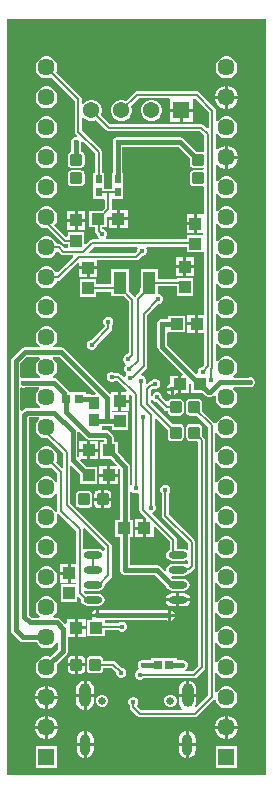
<source format=gbr>
%TF.GenerationSoftware,Altium Limited,Altium Designer,22.10.1 (41)*%
G04 Layer_Physical_Order=2*
G04 Layer_Color=16711680*
%FSLAX45Y45*%
%MOMM*%
%TF.SameCoordinates,F1D13F34-3715-448E-B12D-83C564530F5A*%
%TF.FilePolarity,Positive*%
%TF.FileFunction,Copper,L2,Bot,Signal*%
%TF.Part,Single*%
G01*
G75*
%TA.AperFunction,Conductor*%
%ADD10C,0.20000*%
%TA.AperFunction,SMDPad,CuDef*%
%ADD15R,0.80000X0.80000*%
G04:AMPARAMS|DCode=18|XSize=0.94mm|YSize=1.02mm|CornerRadius=0.094mm|HoleSize=0mm|Usage=FLASHONLY|Rotation=0.000|XOffset=0mm|YOffset=0mm|HoleType=Round|Shape=RoundedRectangle|*
%AMROUNDEDRECTD18*
21,1,0.94000,0.83200,0,0,0.0*
21,1,0.75200,1.02000,0,0,0.0*
1,1,0.18800,0.37600,-0.41600*
1,1,0.18800,-0.37600,-0.41600*
1,1,0.18800,-0.37600,0.41600*
1,1,0.18800,0.37600,0.41600*
%
%ADD18ROUNDEDRECTD18*%
G04:AMPARAMS|DCode=19|XSize=0.94mm|YSize=1.02mm|CornerRadius=0.094mm|HoleSize=0mm|Usage=FLASHONLY|Rotation=90.000|XOffset=0mm|YOffset=0mm|HoleType=Round|Shape=RoundedRectangle|*
%AMROUNDEDRECTD19*
21,1,0.94000,0.83200,0,0,90.0*
21,1,0.75200,1.02000,0,0,90.0*
1,1,0.18800,0.41600,0.37600*
1,1,0.18800,0.41600,-0.37600*
1,1,0.18800,-0.41600,-0.37600*
1,1,0.18800,-0.41600,0.37600*
%
%ADD19ROUNDEDRECTD19*%
%ADD20R,1.00000X1.10000*%
%TA.AperFunction,Conductor*%
%ADD22C,0.40000*%
%ADD23C,0.18000*%
%TA.AperFunction,ComponentPad*%
%ADD25R,1.44800X1.44800*%
%ADD26C,1.44800*%
%ADD27O,1.00000X2.00000*%
%ADD28O,0.90000X1.80000*%
%ADD29C,0.65000*%
%ADD30C,1.37000*%
%ADD31R,1.37000X1.37000*%
%TA.AperFunction,ViaPad*%
%ADD32C,0.45000*%
%TA.AperFunction,SMDPad,CuDef*%
%ADD33R,0.97000X1.00000*%
%ADD34R,1.10000X1.00000*%
%ADD35O,1.60000X0.60000*%
%ADD36R,1.10000X1.90000*%
%ADD37R,0.50000X0.70000*%
G36*
X5115000Y1245000D02*
X2915000D01*
Y7645000D01*
X5115000D01*
Y1245000D01*
D02*
G37*
%LPC*%
G36*
X4789165Y7329400D02*
X4764836D01*
X4741335Y7323103D01*
X4720265Y7310938D01*
X4703062Y7293735D01*
X4690897Y7272665D01*
X4684600Y7249164D01*
Y7224835D01*
X4690897Y7201335D01*
X4703062Y7180265D01*
X4720265Y7163061D01*
X4741335Y7150897D01*
X4764836Y7144600D01*
X4789165D01*
X4812665Y7150897D01*
X4833735Y7163061D01*
X4850939Y7180265D01*
X4863103Y7201335D01*
X4869400Y7224835D01*
Y7249164D01*
X4863103Y7272665D01*
X4850939Y7293735D01*
X4833735Y7310938D01*
X4812665Y7323103D01*
X4789165Y7329400D01*
D02*
G37*
G36*
X4789876Y7080800D02*
X4789700D01*
Y6995699D01*
X4874800D01*
Y6995875D01*
X4868135Y7020749D01*
X4855260Y7043050D01*
X4837051Y7061259D01*
X4814750Y7074135D01*
X4789876Y7080800D01*
D02*
G37*
G36*
X4764300D02*
X4764125D01*
X4739251Y7074135D01*
X4716950Y7061259D01*
X4698741Y7043050D01*
X4685865Y7020749D01*
X4679200Y6995875D01*
Y6995699D01*
X4764300D01*
Y7080800D01*
D02*
G37*
G36*
X3265164Y7075400D02*
X3240835D01*
X3217335Y7069103D01*
X3196265Y7056939D01*
X3179061Y7039735D01*
X3166897Y7018665D01*
X3160600Y6995165D01*
Y6970836D01*
X3166897Y6947335D01*
X3179061Y6926265D01*
X3196265Y6909062D01*
X3217335Y6896897D01*
X3240835Y6890600D01*
X3265164D01*
X3288664Y6896897D01*
X3309735Y6909062D01*
X3326938Y6926265D01*
X3339103Y6947335D01*
X3345399Y6970836D01*
Y6995165D01*
X3339103Y7018665D01*
X3326938Y7039735D01*
X3309735Y7056939D01*
X3288664Y7069103D01*
X3265164Y7075400D01*
D02*
G37*
G36*
X4874800Y6970299D02*
X4789700D01*
Y6885200D01*
X4789876D01*
X4814750Y6891865D01*
X4837051Y6904741D01*
X4855260Y6922949D01*
X4868135Y6945251D01*
X4874800Y6970124D01*
Y6970299D01*
D02*
G37*
G36*
X4764300D02*
X4679200D01*
Y6970124D01*
X4685865Y6945251D01*
X4698741Y6922949D01*
X4716950Y6904741D01*
X4739251Y6891865D01*
X4764125Y6885200D01*
X4764300D01*
Y6970299D01*
D02*
G37*
G36*
X4154152Y6961000D02*
X4130849D01*
X4108341Y6954969D01*
X4088160Y6943317D01*
X4071683Y6926840D01*
X4060032Y6906659D01*
X4054001Y6884151D01*
Y6860848D01*
X4060032Y6838340D01*
X4071683Y6818159D01*
X4088160Y6801682D01*
X4108341Y6790031D01*
X4130849Y6784000D01*
X4154152D01*
X4176660Y6790031D01*
X4196841Y6801682D01*
X4213318Y6818159D01*
X4224970Y6838340D01*
X4231001Y6860848D01*
Y6884151D01*
X4224970Y6906659D01*
X4213318Y6926840D01*
X4196841Y6943317D01*
X4176660Y6954969D01*
X4154152Y6961000D01*
D02*
G37*
G36*
X4490401Y6859799D02*
X4409201D01*
Y6778600D01*
X4490401D01*
Y6859799D01*
D02*
G37*
G36*
X4383801D02*
X4302601D01*
Y6778600D01*
X4383801D01*
Y6859799D01*
D02*
G37*
G36*
X3265164Y6821400D02*
X3240835D01*
X3217335Y6815103D01*
X3196265Y6802939D01*
X3179061Y6785735D01*
X3166897Y6764665D01*
X3160600Y6741165D01*
Y6716836D01*
X3166897Y6693335D01*
X3179061Y6672265D01*
X3196265Y6655062D01*
X3217335Y6642897D01*
X3240835Y6636600D01*
X3265164D01*
X3288664Y6642897D01*
X3309735Y6655062D01*
X3326938Y6672265D01*
X3339103Y6693335D01*
X3345399Y6716836D01*
Y6741165D01*
X3339103Y6764665D01*
X3326938Y6785735D01*
X3309735Y6802939D01*
X3288664Y6815103D01*
X3265164Y6821400D01*
D02*
G37*
G36*
Y7329400D02*
X3240835D01*
X3217335Y7323103D01*
X3196265Y7310939D01*
X3179061Y7293735D01*
X3166897Y7272665D01*
X3160600Y7249165D01*
Y7224836D01*
X3166897Y7201335D01*
X3179061Y7180265D01*
X3196265Y7163062D01*
X3217335Y7150897D01*
X3240835Y7144600D01*
X3265164D01*
X3288664Y7150897D01*
X3293217Y7153525D01*
X3492413Y6954329D01*
Y6691315D01*
X3492413Y6691314D01*
X3494742Y6679608D01*
X3501372Y6669685D01*
X3510857Y6660200D01*
X3505596Y6647500D01*
X3496546D01*
X3480926Y6641030D01*
X3468970Y6629074D01*
X3462500Y6613454D01*
Y6596546D01*
X3463929Y6593098D01*
Y6522822D01*
X3462825D01*
X3451353Y6520540D01*
X3441628Y6514042D01*
X3435130Y6504317D01*
X3432849Y6492846D01*
Y6417646D01*
X3435130Y6406174D01*
X3441628Y6396449D01*
X3451353Y6389951D01*
X3462825Y6387670D01*
X3546024D01*
X3557496Y6389951D01*
X3567221Y6396449D01*
X3573719Y6406174D01*
X3576000Y6417646D01*
Y6492846D01*
X3573719Y6504317D01*
X3567221Y6514042D01*
X3557496Y6520540D01*
X3546024Y6522822D01*
X3545496D01*
Y6591708D01*
X3547500Y6596546D01*
Y6605596D01*
X3560200Y6610857D01*
X3665711Y6505346D01*
Y6344102D01*
X3651299D01*
Y6234102D01*
Y6124103D01*
X3741299D01*
X3745711Y6113230D01*
Y6049473D01*
X3721041Y6024803D01*
X3614299D01*
Y5884803D01*
X3663711D01*
Y5855703D01*
X3663711Y5855701D01*
X3666039Y5843996D01*
X3672670Y5834072D01*
X3682500Y5824242D01*
Y5816546D01*
X3688970Y5800926D01*
X3696609Y5793288D01*
X3691348Y5780588D01*
X3640000D01*
X3628294Y5778259D01*
X3618371Y5771629D01*
X3618370Y5771628D01*
X3586534Y5739792D01*
X3574801Y5744652D01*
Y5845698D01*
X3434801D01*
Y5805800D01*
X3422101Y5803156D01*
X3320965Y5904292D01*
X3326938Y5910265D01*
X3339103Y5931335D01*
X3345399Y5954836D01*
Y5979165D01*
X3339103Y6002665D01*
X3326938Y6023735D01*
X3309735Y6040939D01*
X3288664Y6053103D01*
X3265164Y6059400D01*
X3240835D01*
X3217335Y6053103D01*
X3196265Y6040939D01*
X3179061Y6023735D01*
X3166897Y6002665D01*
X3160600Y5979165D01*
Y5954836D01*
X3166897Y5931335D01*
X3179061Y5910265D01*
X3196265Y5893062D01*
X3217335Y5880897D01*
X3240835Y5874600D01*
X3264141D01*
X3389672Y5749070D01*
X3399595Y5742439D01*
X3411301Y5740111D01*
X3434801D01*
Y5705588D01*
X3407670D01*
X3378629Y5734629D01*
X3368705Y5741259D01*
X3357000Y5743588D01*
X3356999Y5743587D01*
X3340463D01*
X3339103Y5748665D01*
X3326938Y5769735D01*
X3309735Y5786939D01*
X3288664Y5799103D01*
X3265164Y5805400D01*
X3240835D01*
X3217335Y5799103D01*
X3196265Y5786939D01*
X3179061Y5769735D01*
X3166897Y5748665D01*
X3160600Y5725165D01*
Y5700836D01*
X3166897Y5677335D01*
X3179061Y5656265D01*
X3196265Y5639062D01*
X3217335Y5626897D01*
X3240835Y5620600D01*
X3265164D01*
X3288664Y5626897D01*
X3309735Y5639062D01*
X3326938Y5656265D01*
X3336300Y5672481D01*
X3349021Y5675562D01*
X3351650Y5675093D01*
X3373371Y5653371D01*
X3383295Y5646741D01*
X3395000Y5644412D01*
X3395001Y5644412D01*
X3474561D01*
X3479421Y5632679D01*
X3349243Y5502501D01*
X3333372Y5504590D01*
X3326938Y5515735D01*
X3309735Y5532939D01*
X3288664Y5545103D01*
X3265164Y5551400D01*
X3240835D01*
X3217335Y5545103D01*
X3196265Y5532939D01*
X3179061Y5515735D01*
X3166897Y5494665D01*
X3160600Y5471165D01*
Y5446836D01*
X3166897Y5423335D01*
X3179061Y5402265D01*
X3196265Y5385062D01*
X3217335Y5372897D01*
X3240835Y5366600D01*
X3265164D01*
X3288664Y5372897D01*
X3309735Y5385062D01*
X3326938Y5402265D01*
X3339103Y5423335D01*
X3340463Y5428412D01*
X3348999D01*
X3349000Y5428412D01*
X3360705Y5430740D01*
X3370629Y5437371D01*
X3518066Y5584808D01*
X3529799Y5579948D01*
Y5552002D01*
X3605200D01*
X3680599D01*
Y5604412D01*
X4012498D01*
X4012500Y5604412D01*
X4024205Y5606741D01*
X4034129Y5613371D01*
X4063258Y5642500D01*
X4070954D01*
X4086574Y5648970D01*
X4098530Y5660926D01*
X4105000Y5676546D01*
Y5693454D01*
X4099508Y5706712D01*
X4104785Y5719412D01*
X4445002D01*
Y5669999D01*
X4585001Y5669999D01*
X4587912Y5658504D01*
Y5140400D01*
X4537700D01*
Y5065000D01*
Y4989600D01*
X4587912D01*
Y4717917D01*
X4569995Y4700000D01*
X4566546D01*
X4550926Y4693530D01*
X4538970Y4681574D01*
X4532500Y4665954D01*
Y4649046D01*
X4533144Y4647492D01*
X4522377Y4640298D01*
X4273284Y4889392D01*
Y4985082D01*
X4280000Y4995000D01*
X4430000D01*
Y5135000D01*
X4280000D01*
Y5105784D01*
X4236353D01*
X4232412Y5105000D01*
X4224046D01*
X4208426Y5098530D01*
X4196470Y5086574D01*
X4190000Y5070954D01*
Y5054046D01*
X4191717Y5049903D01*
Y4872500D01*
X4191716Y4872499D01*
X4194821Y4856892D01*
X4203662Y4843661D01*
X4407689Y4639633D01*
X4402829Y4627900D01*
X4395199D01*
Y4552500D01*
Y4477100D01*
X4462899D01*
Y4554613D01*
X4475599Y4561401D01*
X4477499Y4560131D01*
Y4482500D01*
X4570682D01*
X4593563Y4459619D01*
X4593564Y4459618D01*
X4606795Y4450777D01*
X4622402Y4447673D01*
X4625094D01*
X4631546Y4445000D01*
X4648454D01*
X4664074Y4451470D01*
X4672801Y4460197D01*
X4681851Y4456337D01*
X4684600Y4454036D01*
Y4430835D01*
X4690897Y4407335D01*
X4703062Y4386265D01*
X4720265Y4369061D01*
X4741335Y4356897D01*
X4764836Y4350600D01*
X4789165D01*
X4812665Y4356897D01*
X4833735Y4369061D01*
X4850939Y4386265D01*
X4863103Y4407335D01*
X4869400Y4430835D01*
Y4455164D01*
X4863103Y4478665D01*
X4850939Y4499735D01*
X4834157Y4516516D01*
X4834248Y4518462D01*
X4837869Y4529216D01*
X4962403D01*
X4966546Y4527500D01*
X4983454D01*
X4999074Y4533970D01*
X5011030Y4545926D01*
X5017500Y4561546D01*
Y4578454D01*
X5011030Y4594074D01*
X4999074Y4606030D01*
X4983454Y4612500D01*
X4966546D01*
X4962403Y4610784D01*
X4837870D01*
X4834249Y4621536D01*
X4834157Y4623484D01*
X4850939Y4640265D01*
X4863103Y4661335D01*
X4869400Y4684835D01*
Y4709164D01*
X4863103Y4732665D01*
X4850939Y4753735D01*
X4833735Y4770938D01*
X4812665Y4783103D01*
X4789165Y4789400D01*
X4764836D01*
X4741335Y4783103D01*
X4720265Y4770938D01*
X4703062Y4753735D01*
X4701788Y4751528D01*
X4689088Y4754931D01*
Y4893069D01*
X4701788Y4896472D01*
X4703062Y4894265D01*
X4720265Y4877061D01*
X4741335Y4864897D01*
X4764836Y4858600D01*
X4789165D01*
X4812665Y4864897D01*
X4833735Y4877061D01*
X4850939Y4894265D01*
X4863103Y4915335D01*
X4869400Y4938835D01*
Y4963164D01*
X4863103Y4986665D01*
X4850939Y5007735D01*
X4833735Y5024938D01*
X4812665Y5037103D01*
X4789165Y5043400D01*
X4764836D01*
X4741335Y5037103D01*
X4720265Y5024938D01*
X4703062Y5007735D01*
X4701788Y5005528D01*
X4689088Y5008931D01*
Y5147069D01*
X4701788Y5150472D01*
X4703062Y5148265D01*
X4720265Y5131061D01*
X4741335Y5118897D01*
X4764836Y5112600D01*
X4789165D01*
X4812665Y5118897D01*
X4833735Y5131061D01*
X4850939Y5148265D01*
X4863103Y5169335D01*
X4869400Y5192835D01*
Y5217164D01*
X4863103Y5240665D01*
X4850939Y5261735D01*
X4833735Y5278938D01*
X4812665Y5291103D01*
X4789165Y5297400D01*
X4764836D01*
X4741335Y5291103D01*
X4720265Y5278938D01*
X4703062Y5261735D01*
X4701788Y5259528D01*
X4689088Y5262931D01*
Y5401069D01*
X4701788Y5404472D01*
X4703062Y5402265D01*
X4720265Y5385061D01*
X4741335Y5372897D01*
X4764836Y5366600D01*
X4789165D01*
X4812665Y5372897D01*
X4833735Y5385061D01*
X4850939Y5402265D01*
X4863103Y5423335D01*
X4869400Y5446835D01*
Y5471164D01*
X4863103Y5494665D01*
X4850939Y5515735D01*
X4833735Y5532938D01*
X4812665Y5545103D01*
X4789165Y5551400D01*
X4764836D01*
X4741335Y5545103D01*
X4720265Y5532938D01*
X4703062Y5515735D01*
X4701788Y5513528D01*
X4689088Y5516931D01*
Y5655069D01*
X4701788Y5658472D01*
X4703062Y5656265D01*
X4720265Y5639061D01*
X4741335Y5626897D01*
X4764836Y5620600D01*
X4789165D01*
X4812665Y5626897D01*
X4833735Y5639061D01*
X4850939Y5656265D01*
X4863103Y5677335D01*
X4869400Y5700835D01*
Y5725164D01*
X4863103Y5748665D01*
X4850939Y5769735D01*
X4833735Y5786938D01*
X4812665Y5799103D01*
X4789165Y5805400D01*
X4764836D01*
X4741335Y5799103D01*
X4720265Y5786938D01*
X4703062Y5769735D01*
X4701788Y5767528D01*
X4689088Y5770931D01*
Y5909069D01*
X4701788Y5912472D01*
X4703062Y5910265D01*
X4720265Y5893061D01*
X4741335Y5880897D01*
X4764836Y5874600D01*
X4789165D01*
X4812665Y5880897D01*
X4833735Y5893061D01*
X4850939Y5910265D01*
X4863103Y5931335D01*
X4869400Y5954835D01*
Y5979164D01*
X4863103Y6002665D01*
X4850939Y6023735D01*
X4833735Y6040938D01*
X4812665Y6053103D01*
X4789165Y6059400D01*
X4764836D01*
X4741335Y6053103D01*
X4720265Y6040938D01*
X4703062Y6023735D01*
X4701788Y6021528D01*
X4689088Y6024931D01*
Y6163069D01*
X4701788Y6166472D01*
X4703062Y6164265D01*
X4720265Y6147061D01*
X4741335Y6134897D01*
X4764836Y6128600D01*
X4789165D01*
X4812665Y6134897D01*
X4833735Y6147061D01*
X4850939Y6164265D01*
X4863103Y6185335D01*
X4869400Y6208835D01*
Y6233164D01*
X4863103Y6256665D01*
X4850939Y6277735D01*
X4833735Y6294938D01*
X4812665Y6307103D01*
X4789165Y6313400D01*
X4764836D01*
X4741335Y6307103D01*
X4720265Y6294938D01*
X4703062Y6277735D01*
X4701788Y6275528D01*
X4689088Y6278931D01*
Y6407594D01*
X4701788Y6411903D01*
X4716950Y6396741D01*
X4739251Y6383865D01*
X4764125Y6377200D01*
X4764300D01*
Y6474999D01*
Y6572800D01*
X4764125D01*
X4739251Y6566135D01*
X4716950Y6553259D01*
X4701788Y6538097D01*
X4689088Y6542405D01*
Y6671069D01*
X4701788Y6674472D01*
X4703062Y6672265D01*
X4720265Y6655061D01*
X4741335Y6642897D01*
X4764836Y6636600D01*
X4789165D01*
X4812665Y6642897D01*
X4833735Y6655061D01*
X4850939Y6672265D01*
X4863103Y6693335D01*
X4869400Y6716835D01*
Y6741164D01*
X4863103Y6764665D01*
X4850939Y6785735D01*
X4833735Y6802938D01*
X4812665Y6815103D01*
X4789165Y6821400D01*
X4764836D01*
X4741335Y6815103D01*
X4720265Y6802938D01*
X4703062Y6785735D01*
X4701788Y6783528D01*
X4689088Y6786931D01*
Y6871499D01*
X4689088Y6871500D01*
X4686759Y6883205D01*
X4680129Y6893129D01*
X4680128Y6893129D01*
X4546629Y7026629D01*
X4536705Y7033259D01*
X4525000Y7035588D01*
X4524999Y7035588D01*
X4021002D01*
X4021001Y7035588D01*
X4009296Y7033259D01*
X3999372Y7026629D01*
X3999372Y7026628D01*
X3925863Y6953119D01*
X3922660Y6954969D01*
X3900152Y6961000D01*
X3876849D01*
X3854341Y6954969D01*
X3834160Y6943317D01*
X3817683Y6926840D01*
X3806032Y6906659D01*
X3800001Y6884151D01*
Y6860848D01*
X3806032Y6838340D01*
X3817683Y6818159D01*
X3834160Y6801682D01*
X3854341Y6790031D01*
X3876849Y6784000D01*
X3900152D01*
X3922660Y6790031D01*
X3942841Y6801682D01*
X3959318Y6818159D01*
X3970970Y6838340D01*
X3977001Y6860848D01*
Y6884151D01*
X3970970Y6906659D01*
X3969121Y6909862D01*
X4033671Y6974412D01*
X4293220D01*
X4302600Y6966400D01*
X4302601Y6961712D01*
Y6885199D01*
X4396501D01*
X4490401D01*
Y6961712D01*
X4490401Y6966400D01*
X4499782Y6974412D01*
X4512330D01*
X4627912Y6858830D01*
Y6721939D01*
X4616179Y6717079D01*
X4586629Y6746629D01*
X4576705Y6753259D01*
X4565000Y6755588D01*
X4564999Y6755588D01*
X3794670D01*
X3715121Y6835137D01*
X3716970Y6838340D01*
X3723001Y6860848D01*
Y6884151D01*
X3716970Y6906659D01*
X3705318Y6926840D01*
X3688841Y6943317D01*
X3668660Y6954969D01*
X3646152Y6961000D01*
X3622849D01*
X3600341Y6954969D01*
X3580160Y6943317D01*
X3566289Y6929445D01*
X3553589Y6933130D01*
Y6966998D01*
X3553589Y6966999D01*
X3551260Y6978704D01*
X3544630Y6988628D01*
X3544629Y6988628D01*
X3336474Y7196783D01*
X3339103Y7201335D01*
X3345399Y7224836D01*
Y7249165D01*
X3339103Y7272665D01*
X3326938Y7293735D01*
X3309735Y7310939D01*
X3288664Y7323103D01*
X3265164Y7329400D01*
D02*
G37*
G36*
X4789876Y6572800D02*
X4789700D01*
Y6487699D01*
X4874800D01*
Y6487875D01*
X4868135Y6512749D01*
X4855260Y6535050D01*
X4837051Y6553259D01*
X4814750Y6566135D01*
X4789876Y6572800D01*
D02*
G37*
G36*
X3265164Y6567400D02*
X3240835D01*
X3217335Y6561103D01*
X3196265Y6548939D01*
X3179061Y6531735D01*
X3166897Y6510665D01*
X3160600Y6487165D01*
Y6462836D01*
X3166897Y6439335D01*
X3179061Y6418265D01*
X3196265Y6401062D01*
X3217335Y6388897D01*
X3240835Y6382600D01*
X3265164D01*
X3288664Y6388897D01*
X3309735Y6401062D01*
X3326938Y6418265D01*
X3339103Y6439335D01*
X3345399Y6462836D01*
Y6487165D01*
X3339103Y6510665D01*
X3326938Y6531735D01*
X3309735Y6548939D01*
X3288664Y6561103D01*
X3265164Y6567400D01*
D02*
G37*
G36*
X4874800Y6462299D02*
X4789700D01*
Y6377200D01*
X4789876D01*
X4814750Y6383865D01*
X4837051Y6396741D01*
X4855260Y6414949D01*
X4868135Y6437251D01*
X4874800Y6462124D01*
Y6462299D01*
D02*
G37*
G36*
X3546024Y6364821D02*
X3462825D01*
X3451353Y6362540D01*
X3441628Y6356042D01*
X3435130Y6346317D01*
X3432849Y6334845D01*
Y6259646D01*
X3435130Y6248174D01*
X3441628Y6238449D01*
X3451353Y6231951D01*
X3462825Y6229670D01*
X3546024D01*
X3557496Y6231951D01*
X3567221Y6238449D01*
X3573719Y6248174D01*
X3576000Y6259646D01*
Y6334845D01*
X3573719Y6346317D01*
X3567221Y6356042D01*
X3557496Y6362540D01*
X3546024Y6364821D01*
D02*
G37*
G36*
X3265164Y6313400D02*
X3240835D01*
X3217335Y6307103D01*
X3196265Y6294939D01*
X3179061Y6277735D01*
X3166897Y6256665D01*
X3160600Y6233165D01*
Y6208836D01*
X3166897Y6185335D01*
X3179061Y6164265D01*
X3196265Y6147062D01*
X3217335Y6134897D01*
X3240835Y6128600D01*
X3265164D01*
X3288664Y6134897D01*
X3309735Y6147062D01*
X3326938Y6164265D01*
X3339103Y6185335D01*
X3345399Y6208836D01*
Y6233165D01*
X3339103Y6256665D01*
X3326938Y6277735D01*
X3309735Y6294939D01*
X3288664Y6307103D01*
X3265164Y6313400D01*
D02*
G37*
G36*
X3580201Y6021099D02*
X3517501D01*
Y5953399D01*
X3580201D01*
Y6021099D01*
D02*
G37*
G36*
X3492101D02*
X3429401D01*
Y5953399D01*
X3492101D01*
Y6021099D01*
D02*
G37*
G36*
X3580201Y5927999D02*
X3517501D01*
Y5860299D01*
X3580201D01*
Y5927999D01*
D02*
G37*
G36*
X3492101D02*
X3429401D01*
Y5860299D01*
X3492101D01*
Y5927999D01*
D02*
G37*
G36*
X4500598Y5629700D02*
X4437898D01*
Y5562000D01*
X4500598D01*
Y5629700D01*
D02*
G37*
G36*
X4412498D02*
X4349798D01*
Y5562000D01*
X4412498D01*
Y5629700D01*
D02*
G37*
G36*
X4500598Y5536600D02*
X4437898D01*
Y5468900D01*
X4500598D01*
Y5536600D01*
D02*
G37*
G36*
X4412498D02*
X4349798D01*
Y5468900D01*
X4412498D01*
Y5536600D01*
D02*
G37*
G36*
X3680599Y5526602D02*
X3617900D01*
Y5458902D01*
X3680599D01*
Y5526602D01*
D02*
G37*
G36*
X3592500D02*
X3529799D01*
Y5458902D01*
X3592500D01*
Y5526602D01*
D02*
G37*
G36*
X4199998Y5530002D02*
X4049998D01*
Y5372959D01*
X4049410Y5370002D01*
X4049410Y5370000D01*
Y5340168D01*
X4009714Y5300471D01*
X4003352Y5294141D01*
X3992516Y5300742D01*
X3949998Y5343260D01*
Y5530002D01*
X3799998D01*
Y5399890D01*
X3675199D01*
Y5444302D01*
X3535199D01*
Y5294302D01*
X3675199D01*
Y5338714D01*
X3799998D01*
Y5300002D01*
X3906740D01*
X3949012Y5257730D01*
Y4817315D01*
X3939196Y4807500D01*
X3936546D01*
X3920926Y4801030D01*
X3908970Y4789074D01*
X3902500Y4773453D01*
Y4756546D01*
X3908970Y4740926D01*
X3920926Y4728970D01*
X3923892Y4713995D01*
X3918970Y4709074D01*
X3912500Y4693454D01*
Y4676546D01*
X3918970Y4660926D01*
X3925354Y4654542D01*
X3926766Y4637993D01*
X3923864Y4635091D01*
X3917937Y4620782D01*
X3905660Y4615097D01*
X3884129Y4636629D01*
X3874205Y4643259D01*
X3862500Y4645588D01*
X3862499Y4645588D01*
X3834516D01*
X3829074Y4651030D01*
X3813454Y4657500D01*
X3796546D01*
X3780926Y4651030D01*
X3768970Y4639074D01*
X3762500Y4623454D01*
Y4606546D01*
X3768970Y4590926D01*
X3780926Y4578970D01*
X3796546Y4572500D01*
X3813454D01*
X3829074Y4578970D01*
X3834516Y4584412D01*
X3849830D01*
X3931008Y4503235D01*
X3926148Y4491501D01*
X3888600D01*
Y4423801D01*
X3951300D01*
Y4466349D01*
X3963033Y4471209D01*
X3976912Y4457330D01*
Y3709088D01*
X3972784Y3704954D01*
X3961213Y3709743D01*
X3960084Y3710983D01*
Y3810715D01*
X3962500Y3816546D01*
Y3833454D01*
X3959827Y3839906D01*
Y3856855D01*
X3959827Y3856856D01*
X3956723Y3872463D01*
X3947882Y3885694D01*
X3947881Y3885695D01*
X3913346Y3920230D01*
X3913344Y3920231D01*
X3855701Y3977875D01*
Y4065198D01*
X3821482D01*
Y4101568D01*
X3818377Y4117176D01*
X3809536Y4130407D01*
X3809536Y4130407D01*
X3786105Y4153838D01*
X3772874Y4162679D01*
X3757267Y4165784D01*
X3757265Y4165783D01*
X3722905D01*
X3721499Y4177901D01*
X3721499D01*
Y4200318D01*
X3805900D01*
Y4166101D01*
X3945900D01*
Y4316101D01*
X3808632D01*
Y4330702D01*
X3863200D01*
Y4411101D01*
Y4491501D01*
X3800500D01*
Y4478105D01*
X3787800Y4472844D01*
X3406806Y4853838D01*
X3393575Y4862679D01*
X3377968Y4865784D01*
X3377966Y4865784D01*
X3313167D01*
X3311156Y4878484D01*
X3326938Y4894265D01*
X3339103Y4915335D01*
X3345399Y4938836D01*
Y4963165D01*
X3339103Y4986665D01*
X3326938Y5007735D01*
X3309735Y5024939D01*
X3288664Y5037103D01*
X3265164Y5043400D01*
X3240835D01*
X3217335Y5037103D01*
X3196265Y5024939D01*
X3179061Y5007735D01*
X3166897Y4986665D01*
X3160600Y4963165D01*
Y4938836D01*
X3166897Y4915335D01*
X3179061Y4894265D01*
X3194843Y4878484D01*
X3192832Y4865784D01*
X3070001D01*
X3070000Y4865784D01*
X3054393Y4862679D01*
X3041162Y4853838D01*
X2963662Y4776338D01*
X2954821Y4763107D01*
X2951716Y4747500D01*
X2951716Y4747499D01*
Y2472502D01*
X2951716Y2472500D01*
X2954821Y2456893D01*
X2963662Y2443662D01*
X3025162Y2382162D01*
X3025162Y2382161D01*
X3038393Y2373321D01*
X3054000Y2370216D01*
X3054002Y2370216D01*
X3169852D01*
X3179061Y2354265D01*
X3196265Y2337062D01*
X3217335Y2324897D01*
X3240835Y2318600D01*
X3265164D01*
X3288664Y2324897D01*
X3309735Y2337062D01*
X3326938Y2354265D01*
X3339103Y2375335D01*
X3341517Y2384344D01*
X3354217Y2382672D01*
Y2315894D01*
X3282956Y2244633D01*
X3265164Y2249400D01*
X3240835D01*
X3217335Y2243103D01*
X3196265Y2230939D01*
X3179061Y2213735D01*
X3166897Y2192665D01*
X3160600Y2169165D01*
Y2144836D01*
X3166897Y2121335D01*
X3179061Y2100265D01*
X3196265Y2083062D01*
X3217335Y2070897D01*
X3240835Y2064600D01*
X3265164D01*
X3288664Y2070897D01*
X3309735Y2083062D01*
X3326938Y2100265D01*
X3339103Y2121335D01*
X3345399Y2144836D01*
Y2169165D01*
X3340632Y2186956D01*
X3423838Y2270162D01*
X3432679Y2283393D01*
X3435784Y2299001D01*
X3435784Y2299002D01*
Y2416900D01*
X3491600D01*
Y2492300D01*
Y2567700D01*
X3423900D01*
Y2529237D01*
X3411200Y2523977D01*
X3368839Y2566338D01*
X3355607Y2575179D01*
X3340000Y2578284D01*
X3339999Y2578283D01*
X3313002D01*
X3309599Y2590983D01*
X3309735Y2591062D01*
X3326938Y2608265D01*
X3339103Y2629335D01*
X3345399Y2652836D01*
Y2677165D01*
X3339103Y2700665D01*
X3326938Y2721735D01*
X3309735Y2738939D01*
X3288664Y2751103D01*
X3265164Y2757400D01*
X3240835D01*
X3217335Y2751103D01*
X3196265Y2738939D01*
X3179061Y2721735D01*
X3166897Y2700665D01*
X3160600Y2677165D01*
Y2652836D01*
X3166897Y2629335D01*
X3179061Y2608265D01*
X3196265Y2591062D01*
X3196401Y2590983D01*
X3192997Y2578283D01*
X3131893D01*
X3105783Y2604393D01*
Y4273107D01*
X3106293Y4273616D01*
X3191382D01*
X3194242Y4260916D01*
X3179061Y4245735D01*
X3166897Y4224665D01*
X3160600Y4201165D01*
Y4176836D01*
X3166897Y4153335D01*
X3179061Y4132265D01*
X3196265Y4115062D01*
X3217335Y4102897D01*
X3240835Y4096600D01*
X3264141D01*
X3394412Y3966329D01*
Y3853439D01*
X3382679Y3848579D01*
X3336474Y3894783D01*
X3339103Y3899335D01*
X3345399Y3922836D01*
Y3947165D01*
X3339103Y3970665D01*
X3326938Y3991735D01*
X3309735Y4008939D01*
X3288664Y4021103D01*
X3265164Y4027400D01*
X3240835D01*
X3217335Y4021103D01*
X3196265Y4008939D01*
X3179061Y3991735D01*
X3166897Y3970665D01*
X3160600Y3947165D01*
Y3922836D01*
X3166897Y3899335D01*
X3179061Y3878265D01*
X3196265Y3861062D01*
X3217335Y3848897D01*
X3240835Y3842600D01*
X3265164D01*
X3288664Y3848897D01*
X3293217Y3851525D01*
X3344412Y3800330D01*
Y3732869D01*
X3331712Y3729466D01*
X3326938Y3737735D01*
X3309735Y3754939D01*
X3288664Y3767103D01*
X3265164Y3773400D01*
X3240835D01*
X3217335Y3767103D01*
X3196265Y3754939D01*
X3179061Y3737735D01*
X3166897Y3716665D01*
X3160600Y3693165D01*
Y3668836D01*
X3166897Y3645335D01*
X3179061Y3624265D01*
X3196265Y3607062D01*
X3217335Y3594897D01*
X3240835Y3588600D01*
X3265164D01*
X3288664Y3594897D01*
X3309735Y3607062D01*
X3326938Y3624265D01*
X3331712Y3632535D01*
X3344412Y3629132D01*
Y3485001D01*
X3344412Y3485000D01*
X3346272Y3475646D01*
X3334227Y3471112D01*
X3332918Y3473378D01*
X3326938Y3483735D01*
X3309735Y3500939D01*
X3288664Y3513103D01*
X3265164Y3519400D01*
X3240835D01*
X3217335Y3513103D01*
X3196265Y3500939D01*
X3179061Y3483735D01*
X3166897Y3462665D01*
X3160600Y3439165D01*
Y3414836D01*
X3166897Y3391335D01*
X3179061Y3370265D01*
X3196265Y3353062D01*
X3217335Y3340897D01*
X3240835Y3334600D01*
X3265164D01*
X3288664Y3340897D01*
X3309735Y3353062D01*
X3326938Y3370265D01*
X3339103Y3391335D01*
X3345399Y3414836D01*
Y3439165D01*
X3339903Y3459678D01*
X3339103Y3462665D01*
X3350224Y3468080D01*
X3353371Y3463371D01*
X3504412Y3312330D01*
Y3035400D01*
X3457700D01*
Y2955000D01*
Y2874600D01*
X3504412D01*
Y2860000D01*
X3375000D01*
Y2710000D01*
X3515000D01*
Y2750849D01*
X3526733Y2755710D01*
X3547000Y2735443D01*
X3545718Y2729003D01*
X3549599Y2709494D01*
X3560650Y2692955D01*
X3577189Y2681904D01*
X3596698Y2678023D01*
X3696698D01*
X3716207Y2681904D01*
X3732746Y2692955D01*
X3743797Y2709494D01*
X3747677Y2729003D01*
X3743797Y2748512D01*
X3732746Y2765051D01*
X3716207Y2776102D01*
X3696698Y2779982D01*
X3596698D01*
X3590257Y2778701D01*
X3574502Y2794456D01*
X3577482Y2808130D01*
X3578186Y2808672D01*
X3578288Y2808685D01*
X3596698Y2805023D01*
X3696698D01*
X3716207Y2808904D01*
X3732746Y2819955D01*
X3743797Y2836494D01*
X3747677Y2856003D01*
X3746396Y2862443D01*
X3799128Y2915175D01*
X3799129Y2915176D01*
X3805759Y2925099D01*
X3808088Y2936805D01*
X3808088Y2936806D01*
Y3182499D01*
X3808088Y3182500D01*
X3805759Y3194206D01*
X3799129Y3204129D01*
X3799128Y3204130D01*
X3455588Y3547670D01*
Y3859240D01*
X3467321Y3864100D01*
X3535000Y3796422D01*
Y3712500D01*
X3685000D01*
Y3852500D01*
X3594275D01*
X3539677Y3907098D01*
X3544938Y3919798D01*
X3598001D01*
Y3982498D01*
X3530301D01*
Y3947742D01*
X3517601Y3940953D01*
X3515783Y3942168D01*
Y4148579D01*
X3528483Y4153840D01*
X3586161Y4096162D01*
X3586161Y4096161D01*
X3599393Y4087321D01*
X3615000Y4084216D01*
X3615001Y4084216D01*
X3739915D01*
Y4065198D01*
X3705701D01*
Y3925198D01*
X3793024D01*
X3847622Y3870600D01*
X3842362Y3857900D01*
X3792700D01*
Y3795200D01*
X3860400D01*
Y3833328D01*
X3873100Y3839586D01*
X3878260Y3835623D01*
Y3835288D01*
X3877500Y3833454D01*
Y3816546D01*
X3878517Y3814091D01*
Y3404798D01*
X3834966D01*
Y3264798D01*
X3878867D01*
Y2991753D01*
X3877500Y2988454D01*
Y2971546D01*
X3883970Y2955926D01*
X3895926Y2943970D01*
X3911546Y2937500D01*
X3928454D01*
X3932597Y2939216D01*
X4175811D01*
X4267381Y2847647D01*
X4269599Y2836494D01*
X4280650Y2819955D01*
X4297189Y2808904D01*
X4316698Y2805023D01*
X4416698D01*
X4436207Y2808904D01*
X4452746Y2819955D01*
X4463797Y2836494D01*
X4467677Y2856003D01*
X4463797Y2875512D01*
X4452746Y2892051D01*
X4436207Y2903102D01*
X4416698Y2906982D01*
X4323399D01*
X4309968Y2920413D01*
X4316224Y2932117D01*
X4316698Y2932023D01*
X4416698D01*
X4436207Y2935904D01*
X4452746Y2946955D01*
X4459553Y2957143D01*
X4468984Y2959019D01*
X4478907Y2965649D01*
X4504128Y2990871D01*
X4504129Y2990871D01*
X4510759Y3000795D01*
X4513088Y3012500D01*
X4513088Y3012501D01*
Y3217500D01*
X4510759Y3229206D01*
X4504129Y3239129D01*
X4504128Y3239129D01*
X4290588Y3452670D01*
Y3632984D01*
X4296030Y3638426D01*
X4302500Y3654046D01*
Y3670954D01*
X4296030Y3686574D01*
X4284074Y3698530D01*
X4268454Y3705000D01*
X4251546D01*
X4235926Y3698530D01*
X4223970Y3686574D01*
X4217500Y3670954D01*
Y3654046D01*
X4223970Y3638426D01*
X4229412Y3632984D01*
Y3440001D01*
X4229412Y3440000D01*
X4231741Y3428295D01*
X4238371Y3418371D01*
X4451912Y3204830D01*
Y3160078D01*
X4440712Y3154091D01*
X4436207Y3157102D01*
X4416698Y3160982D01*
X4357289D01*
Y3235798D01*
X4357289Y3235799D01*
X4354961Y3247504D01*
X4348330Y3257428D01*
X4348329Y3257428D01*
X4149791Y3455967D01*
X4152771Y3470948D01*
X4160072Y3473972D01*
X4172028Y3485928D01*
X4178498Y3501548D01*
Y3518455D01*
X4172028Y3534076D01*
X4168666Y3537438D01*
Y4263485D01*
X4180399Y4268345D01*
X4279426Y4169318D01*
Y4103400D01*
X4281708Y4091929D01*
X4288206Y4082204D01*
X4297931Y4075706D01*
X4309402Y4073424D01*
X4384602D01*
X4396073Y4075706D01*
X4405798Y4082204D01*
X4412296Y4091929D01*
X4414578Y4103400D01*
Y4186600D01*
X4412296Y4198071D01*
X4405798Y4207796D01*
X4396073Y4214294D01*
X4384602Y4216576D01*
X4318684D01*
X4135588Y4399672D01*
Y4425725D01*
X4148288Y4428251D01*
X4152267Y4418644D01*
X4164222Y4406689D01*
X4179843Y4400219D01*
X4187538D01*
X4249387Y4338370D01*
X4249388Y4338369D01*
X4259311Y4331739D01*
X4271017Y4329410D01*
X4278422D01*
Y4318398D01*
X4280704Y4306927D01*
X4287202Y4297202D01*
X4296927Y4290704D01*
X4308399Y4288422D01*
X4383598D01*
X4395070Y4290704D01*
X4404795Y4297202D01*
X4411293Y4306927D01*
X4413574Y4318398D01*
Y4401598D01*
X4411293Y4413069D01*
X4404795Y4422794D01*
X4395070Y4429292D01*
X4383598Y4431574D01*
X4308399D01*
X4296927Y4429292D01*
X4287202Y4422794D01*
X4280704Y4413069D01*
X4280449Y4411785D01*
X4266668Y4407604D01*
X4230796Y4443477D01*
Y4451172D01*
X4224326Y4466793D01*
X4212371Y4478748D01*
X4196750Y4485218D01*
X4179843D01*
X4164222Y4478748D01*
X4152267Y4466793D01*
X4148288Y4457186D01*
X4135588Y4459712D01*
Y4502330D01*
X4151847Y4518589D01*
X4166546Y4512500D01*
X4183454D01*
X4199074Y4518970D01*
X4211030Y4530926D01*
X4217500Y4546546D01*
Y4563454D01*
X4211030Y4579074D01*
X4199074Y4591030D01*
X4183454Y4597500D01*
X4166546D01*
X4150926Y4591030D01*
X4140701Y4580804D01*
X4140217D01*
X4128511Y4578476D01*
X4118588Y4571846D01*
X4118587Y4571845D01*
X4100945Y4554202D01*
X4091030Y4560926D01*
X4097500Y4576546D01*
Y4593454D01*
X4091030Y4609074D01*
X4079074Y4621030D01*
X4063454Y4627500D01*
X4058718D01*
X4053457Y4640200D01*
X4096629Y4683371D01*
X4103259Y4693295D01*
X4105588Y4705000D01*
Y5139454D01*
X4196936Y5230802D01*
X4204631D01*
X4220252Y5237272D01*
X4232207Y5249227D01*
X4238678Y5264848D01*
Y5281755D01*
X4232207Y5297375D01*
X4220252Y5309331D01*
X4204631Y5315801D01*
X4199998D01*
Y5384414D01*
X4355198D01*
Y5304300D01*
X4495198D01*
Y5454299D01*
X4355198D01*
Y5445590D01*
X4199998D01*
Y5530002D01*
D02*
G37*
G36*
X3265164Y5297400D02*
X3240835D01*
X3217335Y5291103D01*
X3196265Y5278939D01*
X3179061Y5261735D01*
X3166897Y5240665D01*
X3160600Y5217165D01*
Y5192836D01*
X3166897Y5169335D01*
X3179061Y5148265D01*
X3196265Y5131062D01*
X3217335Y5118897D01*
X3240835Y5112600D01*
X3265164D01*
X3288664Y5118897D01*
X3309735Y5131062D01*
X3326938Y5148265D01*
X3339103Y5169335D01*
X3345399Y5192836D01*
Y5217165D01*
X3339103Y5240665D01*
X3326938Y5261735D01*
X3309735Y5278939D01*
X3288664Y5291103D01*
X3265164Y5297400D01*
D02*
G37*
G36*
X4512300Y5140400D02*
X4444600D01*
Y5077700D01*
X4512300D01*
Y5140400D01*
D02*
G37*
G36*
Y5052300D02*
X4444600D01*
Y4989600D01*
X4512300D01*
Y5052300D01*
D02*
G37*
G36*
X3785954Y5127500D02*
X3769046D01*
X3753426Y5121030D01*
X3741470Y5109074D01*
X3735000Y5093454D01*
Y5076546D01*
X3741470Y5060926D01*
X3746912Y5055484D01*
Y5040169D01*
X3634242Y4927500D01*
X3626546D01*
X3610926Y4921030D01*
X3598970Y4909074D01*
X3592500Y4893454D01*
Y4876546D01*
X3598970Y4860926D01*
X3610926Y4848970D01*
X3626546Y4842500D01*
X3643454D01*
X3659074Y4848970D01*
X3671030Y4860926D01*
X3677500Y4876546D01*
Y4884242D01*
X3799128Y5005870D01*
X3799129Y5005871D01*
X3805759Y5015794D01*
X3808088Y5027500D01*
Y5055484D01*
X3813530Y5060926D01*
X3820000Y5076546D01*
Y5093454D01*
X3813530Y5109074D01*
X3801574Y5121030D01*
X3785954Y5127500D01*
D02*
G37*
G36*
X4369799Y4627900D02*
X4302099D01*
Y4557967D01*
X4290367Y4553107D01*
X4276892Y4539633D01*
X4270914Y4525200D01*
X4317500D01*
Y4512500D01*
X4330200D01*
Y4465914D01*
X4344633Y4471893D01*
X4349840Y4477100D01*
X4369799D01*
Y4552500D01*
Y4627900D01*
D02*
G37*
G36*
X4304800Y4499800D02*
X4270914D01*
X4276892Y4485367D01*
X4290367Y4471893D01*
X4304800Y4465914D01*
Y4499800D01*
D02*
G37*
G36*
X3951300Y4398401D02*
X3888600D01*
Y4330702D01*
X3951300D01*
Y4398401D01*
D02*
G37*
G36*
X4541598Y4431574D02*
X4466399D01*
X4454927Y4429292D01*
X4445202Y4422794D01*
X4438704Y4413069D01*
X4436423Y4401598D01*
Y4318398D01*
X4438704Y4306927D01*
X4445202Y4297202D01*
X4454927Y4290704D01*
X4466399Y4288422D01*
X4528317D01*
X4621912Y4194827D01*
Y1921050D01*
X4517938Y1817076D01*
X4508369Y1825468D01*
X4513362Y1831974D01*
X4520959Y1850316D01*
X4523551Y1870000D01*
Y1907300D01*
X4447500D01*
X4371449D01*
Y1870000D01*
X4374041Y1850316D01*
X4381638Y1831974D01*
X4393724Y1816224D01*
X4404067Y1808288D01*
X4399756Y1795588D01*
X4057670D01*
X4020588Y1832670D01*
Y1835484D01*
X4026030Y1840926D01*
X4032500Y1856546D01*
Y1873453D01*
X4026030Y1889074D01*
X4014074Y1901029D01*
X3998454Y1907500D01*
X3981547D01*
X3965926Y1901029D01*
X3953971Y1889074D01*
X3947500Y1873453D01*
Y1856546D01*
X3953971Y1840926D01*
X3959412Y1835484D01*
Y1820001D01*
X3959412Y1820000D01*
X3961741Y1808295D01*
X3968371Y1798371D01*
X4023371Y1743371D01*
X4033295Y1736741D01*
X4045000Y1734412D01*
X4509118D01*
X4509120Y1734412D01*
X4520825Y1736741D01*
X4530748Y1743371D01*
X4672881Y1885504D01*
X4678684Y1885323D01*
X4686756Y1882790D01*
X4690897Y1867335D01*
X4703062Y1846265D01*
X4720265Y1829061D01*
X4741335Y1816897D01*
X4764836Y1810600D01*
X4789165D01*
X4812665Y1816897D01*
X4833735Y1829061D01*
X4850939Y1846265D01*
X4863103Y1867335D01*
X4869400Y1890835D01*
Y1915164D01*
X4863103Y1938665D01*
X4850939Y1959735D01*
X4833735Y1976938D01*
X4812665Y1989103D01*
X4789165Y1995400D01*
X4764836D01*
X4741335Y1989103D01*
X4720265Y1976938D01*
X4703062Y1959735D01*
X4695788Y1947135D01*
X4683088Y1950538D01*
Y2109461D01*
X4695788Y2112864D01*
X4703062Y2100265D01*
X4720265Y2083061D01*
X4741335Y2070897D01*
X4764836Y2064600D01*
X4789165D01*
X4812665Y2070897D01*
X4833735Y2083061D01*
X4850939Y2100265D01*
X4863103Y2121335D01*
X4869400Y2144835D01*
Y2169164D01*
X4863103Y2192665D01*
X4850939Y2213735D01*
X4833735Y2230938D01*
X4812665Y2243103D01*
X4789165Y2249400D01*
X4764836D01*
X4741335Y2243103D01*
X4720265Y2230938D01*
X4703062Y2213735D01*
X4695788Y2201135D01*
X4683088Y2204538D01*
Y2363461D01*
X4695788Y2366864D01*
X4703062Y2354265D01*
X4720265Y2337061D01*
X4741335Y2324897D01*
X4764836Y2318600D01*
X4789165D01*
X4812665Y2324897D01*
X4833735Y2337061D01*
X4850939Y2354265D01*
X4863103Y2375335D01*
X4869400Y2398835D01*
Y2423164D01*
X4863103Y2446665D01*
X4850939Y2467735D01*
X4833735Y2484938D01*
X4812665Y2497103D01*
X4789165Y2503400D01*
X4764836D01*
X4741335Y2497103D01*
X4720265Y2484938D01*
X4703062Y2467735D01*
X4695788Y2455135D01*
X4683088Y2458538D01*
Y2617461D01*
X4695788Y2620864D01*
X4703062Y2608265D01*
X4720265Y2591061D01*
X4741335Y2578897D01*
X4764836Y2572600D01*
X4789165D01*
X4812665Y2578897D01*
X4833735Y2591061D01*
X4850939Y2608265D01*
X4863103Y2629335D01*
X4869400Y2652835D01*
Y2677164D01*
X4863103Y2700665D01*
X4850939Y2721735D01*
X4833735Y2738938D01*
X4812665Y2751103D01*
X4789165Y2757400D01*
X4764836D01*
X4741335Y2751103D01*
X4720265Y2738938D01*
X4703062Y2721735D01*
X4695788Y2709135D01*
X4683088Y2712538D01*
Y2871461D01*
X4695788Y2874864D01*
X4703062Y2862265D01*
X4720265Y2845061D01*
X4741335Y2832897D01*
X4764836Y2826600D01*
X4789165D01*
X4812665Y2832897D01*
X4833735Y2845061D01*
X4850939Y2862265D01*
X4863103Y2883335D01*
X4869400Y2906835D01*
Y2931164D01*
X4863103Y2954665D01*
X4850939Y2975735D01*
X4833735Y2992938D01*
X4812665Y3005103D01*
X4789165Y3011400D01*
X4764836D01*
X4741335Y3005103D01*
X4720265Y2992938D01*
X4703062Y2975735D01*
X4695788Y2963135D01*
X4683088Y2966538D01*
Y3125461D01*
X4695788Y3128864D01*
X4703062Y3116265D01*
X4720265Y3099061D01*
X4741335Y3086897D01*
X4764836Y3080600D01*
X4789165D01*
X4812665Y3086897D01*
X4833735Y3099061D01*
X4850939Y3116265D01*
X4863103Y3137335D01*
X4869400Y3160835D01*
Y3185164D01*
X4863103Y3208665D01*
X4850939Y3229735D01*
X4833735Y3246938D01*
X4812665Y3259103D01*
X4789165Y3265400D01*
X4764836D01*
X4741335Y3259103D01*
X4720265Y3246938D01*
X4703062Y3229735D01*
X4695788Y3217135D01*
X4683088Y3220538D01*
Y3379461D01*
X4695788Y3382864D01*
X4703062Y3370265D01*
X4720265Y3353061D01*
X4741335Y3340897D01*
X4764836Y3334600D01*
X4789165D01*
X4812665Y3340897D01*
X4833735Y3353061D01*
X4850939Y3370265D01*
X4863103Y3391335D01*
X4869400Y3414835D01*
Y3439164D01*
X4863103Y3462665D01*
X4850939Y3483735D01*
X4833735Y3500938D01*
X4812665Y3513103D01*
X4789165Y3519400D01*
X4764836D01*
X4741335Y3513103D01*
X4720265Y3500938D01*
X4703062Y3483735D01*
X4695788Y3471135D01*
X4683088Y3474538D01*
Y3633461D01*
X4695788Y3636864D01*
X4703062Y3624265D01*
X4720265Y3607061D01*
X4741335Y3594897D01*
X4764836Y3588600D01*
X4789165D01*
X4812665Y3594897D01*
X4833735Y3607061D01*
X4850939Y3624265D01*
X4863103Y3645335D01*
X4869400Y3668835D01*
Y3693164D01*
X4863103Y3716665D01*
X4850939Y3737735D01*
X4833735Y3754938D01*
X4812665Y3767103D01*
X4789165Y3773400D01*
X4764836D01*
X4741335Y3767103D01*
X4720265Y3754938D01*
X4703062Y3737735D01*
X4695788Y3725135D01*
X4683088Y3728538D01*
Y3887461D01*
X4695788Y3890864D01*
X4703062Y3878265D01*
X4720265Y3861061D01*
X4741335Y3848897D01*
X4764836Y3842600D01*
X4789165D01*
X4812665Y3848897D01*
X4833735Y3861061D01*
X4850939Y3878265D01*
X4863103Y3899335D01*
X4869400Y3922835D01*
Y3947164D01*
X4863103Y3970665D01*
X4850939Y3991735D01*
X4833735Y4008938D01*
X4812665Y4021103D01*
X4789165Y4027400D01*
X4764836D01*
X4741335Y4021103D01*
X4720265Y4008938D01*
X4703062Y3991735D01*
X4695788Y3979135D01*
X4683088Y3982538D01*
Y4141461D01*
X4695788Y4144864D01*
X4703062Y4132265D01*
X4720265Y4115061D01*
X4741335Y4102897D01*
X4764836Y4096600D01*
X4789165D01*
X4812665Y4102897D01*
X4833735Y4115061D01*
X4850939Y4132265D01*
X4863103Y4153335D01*
X4869400Y4176835D01*
Y4201164D01*
X4863103Y4224665D01*
X4850939Y4245735D01*
X4833735Y4262938D01*
X4812665Y4275103D01*
X4789165Y4281400D01*
X4764836D01*
X4741335Y4275103D01*
X4720265Y4262938D01*
X4703062Y4245735D01*
X4691447Y4225616D01*
X4685563Y4224045D01*
X4680996Y4223514D01*
X4677566Y4223981D01*
X4674129Y4229126D01*
X4674128Y4229126D01*
X4571575Y4331680D01*
Y4401598D01*
X4569293Y4413069D01*
X4562795Y4422794D01*
X4553070Y4429292D01*
X4541598Y4431574D01*
D02*
G37*
G36*
X3691101Y4070598D02*
X3623401D01*
Y4007898D01*
X3691101D01*
Y4070598D01*
D02*
G37*
G36*
X3598001D02*
X3530301D01*
Y4007898D01*
X3598001D01*
Y4070598D01*
D02*
G37*
G36*
X3691101Y3982498D02*
X3623401D01*
Y3919798D01*
X3691101D01*
Y3982498D01*
D02*
G37*
G36*
X3767300Y3857900D02*
X3699600D01*
Y3795200D01*
X3767300D01*
Y3857900D01*
D02*
G37*
G36*
X3860400Y3769800D02*
X3792700D01*
Y3707100D01*
X3860400D01*
Y3769800D01*
D02*
G37*
G36*
X3767300D02*
X3699600D01*
Y3707100D01*
X3767300D01*
Y3769800D01*
D02*
G37*
G36*
X3768100Y3657082D02*
X3743200D01*
Y3592700D01*
X3803582D01*
Y3621600D01*
X3800881Y3635178D01*
X3793190Y3646689D01*
X3781678Y3654381D01*
X3768100Y3657082D01*
D02*
G37*
G36*
X3717800D02*
X3692900D01*
X3679322Y3654381D01*
X3667811Y3646689D01*
X3660119Y3635178D01*
X3657419Y3621600D01*
Y3592700D01*
X3717800D01*
Y3657082D01*
D02*
G37*
G36*
X3610100Y3651576D02*
X3534900D01*
X3523429Y3649294D01*
X3513704Y3642796D01*
X3507206Y3633071D01*
X3504924Y3621600D01*
Y3538400D01*
X3507206Y3526929D01*
X3513704Y3517204D01*
X3523429Y3510706D01*
X3534900Y3508424D01*
X3610100D01*
X3621571Y3510706D01*
X3631296Y3517204D01*
X3637794Y3526929D01*
X3640076Y3538400D01*
Y3621600D01*
X3637794Y3633071D01*
X3631296Y3642796D01*
X3621571Y3649294D01*
X3610100Y3651576D01*
D02*
G37*
G36*
X3803582Y3567300D02*
X3743200D01*
Y3502918D01*
X3768100D01*
X3781678Y3505619D01*
X3793190Y3513311D01*
X3800881Y3524822D01*
X3803582Y3538400D01*
Y3567300D01*
D02*
G37*
G36*
X3717800D02*
X3657419D01*
Y3538400D01*
X3660119Y3524822D01*
X3667811Y3513311D01*
X3679322Y3505619D01*
X3692900Y3502918D01*
X3717800D01*
Y3567300D01*
D02*
G37*
G36*
X3265164Y3265400D02*
X3240835D01*
X3217335Y3259103D01*
X3196265Y3246939D01*
X3179061Y3229735D01*
X3166897Y3208665D01*
X3160600Y3185165D01*
Y3160836D01*
X3166897Y3137335D01*
X3179061Y3116265D01*
X3196265Y3099062D01*
X3217335Y3086897D01*
X3240835Y3080600D01*
X3265164D01*
X3288664Y3086897D01*
X3309735Y3099062D01*
X3326938Y3116265D01*
X3339103Y3137335D01*
X3345399Y3160836D01*
Y3185165D01*
X3339103Y3208665D01*
X3326938Y3229735D01*
X3309735Y3246939D01*
X3288664Y3259103D01*
X3265164Y3265400D01*
D02*
G37*
G36*
X3432300Y3035400D02*
X3369600D01*
Y2967700D01*
X3432300D01*
Y3035400D01*
D02*
G37*
G36*
Y2942300D02*
X3369600D01*
Y2874600D01*
X3432300D01*
Y2942300D01*
D02*
G37*
G36*
X3265164Y3011400D02*
X3240835D01*
X3217335Y3005103D01*
X3196265Y2992939D01*
X3179061Y2975735D01*
X3166897Y2954665D01*
X3160600Y2931165D01*
Y2906836D01*
X3166897Y2883335D01*
X3179061Y2862265D01*
X3196265Y2845062D01*
X3217335Y2832897D01*
X3240835Y2826600D01*
X3265164D01*
X3288664Y2832897D01*
X3309735Y2845062D01*
X3326938Y2862265D01*
X3339103Y2883335D01*
X3345399Y2906836D01*
Y2931165D01*
X3339103Y2954665D01*
X3326938Y2975735D01*
X3309735Y2992939D01*
X3288664Y3005103D01*
X3265164Y3011400D01*
D02*
G37*
G36*
X4416698Y2785488D02*
X4379398D01*
Y2741703D01*
X4470657D01*
X4468883Y2750619D01*
X4456639Y2768944D01*
X4438314Y2781188D01*
X4416698Y2785488D01*
D02*
G37*
G36*
X4353998D02*
X4316698D01*
X4295082Y2781188D01*
X4276757Y2768944D01*
X4264512Y2750619D01*
X4262739Y2741703D01*
X4353998D01*
Y2785488D01*
D02*
G37*
G36*
X4470657Y2716303D02*
X4379398D01*
Y2672517D01*
X4416698D01*
X4438314Y2676817D01*
X4456639Y2689061D01*
X4468883Y2707387D01*
X4470657Y2716303D01*
D02*
G37*
G36*
X4353998D02*
X4262739D01*
X4264512Y2707387D01*
X4276757Y2689061D01*
X4295082Y2676817D01*
X4316698Y2672517D01*
X4353998D01*
Y2716303D01*
D02*
G37*
G36*
X3669800Y2646586D02*
X3655367Y2640607D01*
X3641892Y2627133D01*
X3635914Y2612700D01*
X3669800D01*
Y2646586D01*
D02*
G37*
G36*
X4305200Y2644086D02*
Y2610200D01*
X4339086D01*
X4333107Y2624633D01*
X4319633Y2638107D01*
X4305200Y2644086D01*
D02*
G37*
G36*
X4339086Y2584800D02*
X4305200D01*
Y2550914D01*
X4319633Y2556893D01*
X4333107Y2570367D01*
X4339086Y2584800D01*
D02*
G37*
G36*
X3695200Y2646586D02*
Y2600000D01*
X3682500D01*
Y2587300D01*
X3635914D01*
X3641009Y2575000D01*
X3635866Y2562300D01*
X3599300D01*
Y2422300D01*
X3749300D01*
Y2471713D01*
X3864783D01*
X3870226Y2466270D01*
X3885846Y2459800D01*
X3902753D01*
X3918374Y2466270D01*
X3930329Y2478226D01*
X3936800Y2493846D01*
Y2510754D01*
X3930329Y2526374D01*
X3918374Y2538330D01*
X3902753Y2544800D01*
X3885846D01*
X3870226Y2538330D01*
X3864784Y2532888D01*
X3749300D01*
Y2557966D01*
X4264293D01*
X4265367Y2556893D01*
X4279800Y2550914D01*
Y2597500D01*
Y2644086D01*
X4268809Y2639533D01*
X3710707D01*
X3709633Y2640607D01*
X3695200Y2646586D01*
D02*
G37*
G36*
X3584700Y2567700D02*
X3517000D01*
Y2505000D01*
X3584700D01*
Y2567700D01*
D02*
G37*
G36*
Y2479600D02*
X3517000D01*
Y2416900D01*
X3584700D01*
Y2479600D01*
D02*
G37*
G36*
X3543597Y2257084D02*
X3518698D01*
Y2192702D01*
X3579079D01*
Y2221602D01*
X3576378Y2235180D01*
X3568687Y2246691D01*
X3557176Y2254383D01*
X3543597Y2257084D01*
D02*
G37*
G36*
X3493298D02*
X3468398D01*
X3454819Y2254383D01*
X3443308Y2246691D01*
X3435617Y2235180D01*
X3432916Y2221602D01*
Y2192702D01*
X3493298D01*
Y2257084D01*
D02*
G37*
G36*
X4542602Y4216576D02*
X4467402D01*
X4455931Y4214294D01*
X4446206Y4207796D01*
X4439708Y4198071D01*
X4437426Y4186600D01*
Y4103400D01*
X4439708Y4091929D01*
X4446206Y4082204D01*
X4455931Y4075706D01*
X4467402Y4073424D01*
X4529320D01*
X4536912Y4065832D01*
Y2170170D01*
X4492330Y2125588D01*
X4429952D01*
X4427426Y2138288D01*
X4429074Y2138970D01*
X4441030Y2150926D01*
X4447500Y2166546D01*
Y2183454D01*
X4441030Y2199074D01*
X4429074Y2211030D01*
X4413454Y2217500D01*
X4396546D01*
X4394514Y2216658D01*
X4364020Y2216391D01*
X4355000Y2225332D01*
Y2235000D01*
X4135000D01*
Y2215783D01*
X4080097D01*
X4075954Y2217500D01*
X4059046D01*
X4043426Y2211030D01*
X4031470Y2199074D01*
X4025000Y2183454D01*
Y2166546D01*
X4031470Y2150926D01*
X4033163Y2149233D01*
X4029751Y2134685D01*
X4020926Y2131030D01*
X4008970Y2119074D01*
X4002500Y2103454D01*
Y2086546D01*
X4008970Y2070926D01*
X4020926Y2058970D01*
X4036546Y2052500D01*
X4053454D01*
X4069074Y2058970D01*
X4074516Y2064412D01*
X4504999D01*
X4505000Y2064412D01*
X4516705Y2066741D01*
X4526629Y2073371D01*
X4589128Y2135871D01*
X4589129Y2135871D01*
X4595759Y2145795D01*
X4598088Y2157500D01*
X4598088Y2157501D01*
Y4078501D01*
X4598088Y4078502D01*
X4595759Y4090207D01*
X4589129Y4100131D01*
X4572578Y4116682D01*
Y4186600D01*
X4570296Y4198071D01*
X4563798Y4207796D01*
X4554073Y4214294D01*
X4542602Y4216576D01*
D02*
G37*
G36*
X3579079Y2167302D02*
X3518698D01*
Y2102920D01*
X3543597D01*
X3557176Y2105621D01*
X3568687Y2113313D01*
X3576378Y2124824D01*
X3579079Y2138402D01*
Y2167302D01*
D02*
G37*
G36*
X3493298D02*
X3432916D01*
Y2138402D01*
X3435617Y2124824D01*
X3443308Y2113313D01*
X3454819Y2105621D01*
X3468398Y2102920D01*
X3493298D01*
Y2167302D01*
D02*
G37*
G36*
X3701598Y2251578D02*
X3626398D01*
X3614926Y2249296D01*
X3605202Y2242798D01*
X3598703Y2233073D01*
X3596422Y2221602D01*
Y2138402D01*
X3598703Y2126931D01*
X3605202Y2117206D01*
X3614926Y2110708D01*
X3626398Y2108426D01*
X3701598D01*
X3713069Y2110708D01*
X3722794Y2117206D01*
X3729292Y2126931D01*
X3731574Y2138402D01*
Y2149414D01*
X3807328D01*
X3844101Y2112641D01*
Y2104046D01*
X3850571Y2088426D01*
X3862526Y2076470D01*
X3878147Y2070000D01*
X3895054D01*
X3910675Y2076470D01*
X3922630Y2088426D01*
X3929100Y2104046D01*
Y2120954D01*
X3922630Y2136574D01*
X3910675Y2148530D01*
X3895054Y2155000D01*
X3888258D01*
X3841627Y2201631D01*
X3831703Y2208261D01*
X3819998Y2210590D01*
X3819997Y2210590D01*
X3731574D01*
Y2221602D01*
X3729292Y2233073D01*
X3722794Y2242798D01*
X3713069Y2249296D01*
X3701598Y2251578D01*
D02*
G37*
G36*
X3593400Y2045979D02*
Y1934300D01*
X3656751D01*
Y1971600D01*
X3654159Y1991284D01*
X3646562Y2009625D01*
X3634476Y2025376D01*
X3618725Y2037462D01*
X3600383Y2045059D01*
X3593400Y2045979D01*
D02*
G37*
G36*
X3568000D02*
X3561016Y2045059D01*
X3542675Y2037462D01*
X3526924Y2025376D01*
X3514838Y2009625D01*
X3507241Y1991284D01*
X3504649Y1971600D01*
Y1934300D01*
X3568000D01*
Y2045979D01*
D02*
G37*
G36*
X4460200Y2044379D02*
Y1932700D01*
X4523551D01*
Y1970000D01*
X4520959Y1989684D01*
X4513362Y2008025D01*
X4501276Y2023776D01*
X4485525Y2035862D01*
X4467184Y2043459D01*
X4460200Y2044379D01*
D02*
G37*
G36*
X4434800Y2044379D02*
X4427817Y2043459D01*
X4409475Y2035862D01*
X4393724Y2023776D01*
X4381638Y2008025D01*
X4374041Y1989684D01*
X4371449Y1970000D01*
Y1932700D01*
X4434800D01*
Y2044379D01*
D02*
G37*
G36*
X3265875Y2000800D02*
X3265700D01*
Y1915700D01*
X3350799D01*
Y1915876D01*
X3344135Y1940749D01*
X3331259Y1963051D01*
X3313050Y1981259D01*
X3290749Y1994135D01*
X3265875Y2000800D01*
D02*
G37*
G36*
X3240300D02*
X3240124D01*
X3215250Y1994135D01*
X3192949Y1981259D01*
X3174740Y1963051D01*
X3161865Y1940749D01*
X3155200Y1915876D01*
Y1915700D01*
X3240300D01*
Y2000800D01*
D02*
G37*
G36*
X4312643Y1926100D02*
X4291757D01*
X4272461Y1918107D01*
X4257693Y1903339D01*
X4249700Y1884043D01*
Y1863157D01*
X4257693Y1843861D01*
X4272461Y1829092D01*
X4291757Y1821100D01*
X4312643D01*
X4331939Y1829092D01*
X4346707Y1843861D01*
X4354700Y1863157D01*
Y1884043D01*
X4346707Y1903339D01*
X4331939Y1918107D01*
X4312643Y1926100D01*
D02*
G37*
G36*
X3734643D02*
X3713757D01*
X3694461Y1918107D01*
X3679693Y1903339D01*
X3671700Y1884043D01*
Y1863157D01*
X3679693Y1843861D01*
X3694461Y1829092D01*
X3713757Y1821100D01*
X3734643D01*
X3753939Y1829092D01*
X3768707Y1843861D01*
X3776700Y1863157D01*
Y1884043D01*
X3768707Y1903339D01*
X3753939Y1918107D01*
X3734643Y1926100D01*
D02*
G37*
G36*
X3350799Y1890300D02*
X3265700D01*
Y1805200D01*
X3265875D01*
X3290749Y1811865D01*
X3313050Y1824741D01*
X3331259Y1842950D01*
X3344135Y1865251D01*
X3350799Y1890125D01*
Y1890300D01*
D02*
G37*
G36*
X3240300D02*
X3155200D01*
Y1890125D01*
X3161865Y1865251D01*
X3174740Y1842950D01*
X3192949Y1824741D01*
X3215250Y1811865D01*
X3240124Y1805200D01*
X3240300D01*
Y1890300D01*
D02*
G37*
G36*
X3656751Y1908900D02*
X3593400D01*
Y1797221D01*
X3600383Y1798140D01*
X3618725Y1805738D01*
X3634476Y1817824D01*
X3646562Y1833574D01*
X3654159Y1851916D01*
X3656751Y1871600D01*
Y1908900D01*
D02*
G37*
G36*
X3568000D02*
X3504649D01*
Y1871600D01*
X3507241Y1851916D01*
X3514838Y1833574D01*
X3526924Y1817824D01*
X3542675Y1805738D01*
X3561016Y1798140D01*
X3568000Y1797221D01*
Y1908900D01*
D02*
G37*
G36*
X3265875Y1746800D02*
X3265700D01*
Y1661700D01*
X3350799D01*
Y1661876D01*
X3344135Y1686749D01*
X3331259Y1709051D01*
X3313050Y1727259D01*
X3290749Y1740135D01*
X3265875Y1746800D01*
D02*
G37*
G36*
X3240300D02*
X3240124D01*
X3215250Y1740135D01*
X3192949Y1727259D01*
X3174740Y1709051D01*
X3161865Y1686749D01*
X3155200Y1661876D01*
Y1661700D01*
X3240300D01*
Y1746800D01*
D02*
G37*
G36*
X4789876Y1746800D02*
X4789700D01*
Y1661700D01*
X4874800D01*
Y1661875D01*
X4868135Y1686749D01*
X4855260Y1709050D01*
X4837051Y1727259D01*
X4814750Y1740135D01*
X4789876Y1746800D01*
D02*
G37*
G36*
X4764300D02*
X4764125D01*
X4739251Y1740135D01*
X4716950Y1727259D01*
X4698741Y1709050D01*
X4685865Y1686749D01*
X4679200Y1661875D01*
Y1661700D01*
X4764300D01*
Y1746800D01*
D02*
G37*
G36*
X3350799Y1636300D02*
X3265700D01*
Y1551200D01*
X3265875D01*
X3290749Y1557865D01*
X3313050Y1570741D01*
X3331259Y1588950D01*
X3344135Y1611251D01*
X3350799Y1636125D01*
Y1636300D01*
D02*
G37*
G36*
X3240300D02*
X3155200D01*
Y1636125D01*
X3161865Y1611251D01*
X3174740Y1588950D01*
X3192949Y1570741D01*
X3215250Y1557865D01*
X3240124Y1551200D01*
X3240300D01*
Y1636300D01*
D02*
G37*
G36*
X4874800Y1636300D02*
X4789700D01*
Y1551200D01*
X4789876D01*
X4814750Y1557865D01*
X4837051Y1570741D01*
X4855260Y1588949D01*
X4868135Y1611251D01*
X4874800Y1636124D01*
Y1636300D01*
D02*
G37*
G36*
X4764300D02*
X4679200D01*
Y1636124D01*
X4685865Y1611251D01*
X4698741Y1588949D01*
X4716950Y1570741D01*
X4739251Y1557865D01*
X4764125Y1551200D01*
X4764300D01*
Y1636300D01*
D02*
G37*
G36*
X4458400Y1617935D02*
Y1516300D01*
X4516708D01*
Y1548600D01*
X4514288Y1566978D01*
X4507194Y1584104D01*
X4495910Y1598810D01*
X4481204Y1610094D01*
X4464078Y1617188D01*
X4458400Y1617935D01*
D02*
G37*
G36*
X3593400D02*
Y1516300D01*
X3651707D01*
Y1548600D01*
X3649288Y1566978D01*
X3642194Y1584104D01*
X3630910Y1598810D01*
X3616204Y1610094D01*
X3599078Y1617188D01*
X3593400Y1617935D01*
D02*
G37*
G36*
X4433000D02*
X4427322Y1617188D01*
X4410196Y1610094D01*
X4395490Y1598810D01*
X4384206Y1584104D01*
X4377112Y1566978D01*
X4374693Y1548600D01*
Y1516300D01*
X4433000D01*
Y1617935D01*
D02*
G37*
G36*
X3568000D02*
X3562322Y1617188D01*
X3545196Y1610094D01*
X3530490Y1598810D01*
X3519206Y1584104D01*
X3512112Y1566978D01*
X3509692Y1548600D01*
Y1516300D01*
X3568000D01*
Y1617935D01*
D02*
G37*
G36*
X4516708Y1490900D02*
X4458400D01*
Y1389264D01*
X4464078Y1390012D01*
X4481204Y1397106D01*
X4495910Y1408390D01*
X4507194Y1423096D01*
X4514288Y1440222D01*
X4516708Y1458600D01*
Y1490900D01*
D02*
G37*
G36*
X3651707D02*
X3593400D01*
Y1389264D01*
X3599078Y1390012D01*
X3616204Y1397106D01*
X3630910Y1408390D01*
X3642194Y1423096D01*
X3649288Y1440222D01*
X3651707Y1458600D01*
Y1490900D01*
D02*
G37*
G36*
X4433000D02*
X4374693D01*
Y1458600D01*
X4377112Y1440222D01*
X4384206Y1423096D01*
X4395490Y1408390D01*
X4410196Y1397106D01*
X4427322Y1390012D01*
X4433000Y1389264D01*
Y1490900D01*
D02*
G37*
G36*
X3568000D02*
X3509692D01*
Y1458600D01*
X3512112Y1440222D01*
X3519206Y1423096D01*
X3530490Y1408390D01*
X3545196Y1397106D01*
X3562322Y1390012D01*
X3568000Y1389264D01*
Y1490900D01*
D02*
G37*
G36*
X3345399Y1487400D02*
X3160600D01*
Y1302600D01*
X3345399D01*
Y1487400D01*
D02*
G37*
G36*
X4869400Y1487400D02*
X4684600D01*
Y1302600D01*
X4869400D01*
Y1487400D01*
D02*
G37*
%LPD*%
G36*
X3580160Y6801682D02*
X3600341Y6790031D01*
X3622849Y6784000D01*
X3646152D01*
X3668660Y6790031D01*
X3671863Y6791880D01*
X3760371Y6703372D01*
X3760371Y6703371D01*
X3770295Y6696741D01*
X3782000Y6694412D01*
X3782002Y6694412D01*
X4552330D01*
X4587912Y6658830D01*
Y6529808D01*
X4579100Y6522576D01*
X4526627D01*
X4415365Y6633838D01*
X4402134Y6642679D01*
X4386526Y6645784D01*
X4386525Y6645784D01*
X3868744D01*
X3864601Y6647500D01*
X3847693D01*
X3832073Y6641030D01*
X3820117Y6629074D01*
X3813647Y6613454D01*
Y6596546D01*
X3815515Y6592037D01*
Y6344102D01*
X3811299D01*
Y6209688D01*
X3741299D01*
Y6344102D01*
X3726887D01*
Y6518014D01*
X3726887Y6518016D01*
X3724558Y6529721D01*
X3717928Y6539645D01*
X3553589Y6703984D01*
Y6811869D01*
X3566289Y6815554D01*
X3580160Y6801682D01*
D02*
G37*
G36*
X4465924Y6467926D02*
Y6417400D01*
X4468206Y6405929D01*
X4474704Y6396204D01*
X4484429Y6389706D01*
X4495900Y6387424D01*
X4579100D01*
X4584462Y6383023D01*
Y6375055D01*
X4573585Y6364576D01*
X4495900D01*
X4484429Y6362294D01*
X4474704Y6355796D01*
X4468206Y6346071D01*
X4465924Y6334600D01*
Y6259400D01*
X4468206Y6247929D01*
X4474704Y6238204D01*
X4484429Y6231706D01*
X4495900Y6229424D01*
X4579100D01*
X4587912Y6222192D01*
Y5995399D01*
X4527702D01*
Y5914999D01*
Y5834599D01*
X4575598D01*
X4577077Y5832699D01*
X4576578Y5829300D01*
X4570868Y5819999D01*
X4445002D01*
Y5780588D01*
X3758652D01*
X3753391Y5793288D01*
X3761030Y5800926D01*
X3767500Y5816546D01*
Y5833454D01*
X3761030Y5849074D01*
X3749074Y5861030D01*
X3733454Y5867500D01*
X3725758D01*
X3724886Y5868371D01*
Y5884803D01*
X3764299D01*
Y5971853D01*
X3766199Y5973123D01*
X3776714Y5967502D01*
X3846599D01*
Y6030203D01*
X3812303D01*
X3806887Y6036803D01*
X3806886Y6036804D01*
Y6113230D01*
X3811299Y6124103D01*
X3901299D01*
Y6234102D01*
Y6344102D01*
X3897082D01*
Y6564216D01*
X4369633D01*
X4465924Y6467926D01*
D02*
G37*
G36*
X4025492Y5706712D02*
X4020000Y5693454D01*
Y5685758D01*
X3999830Y5665588D01*
X3615439D01*
X3610579Y5677321D01*
X3652670Y5719412D01*
X4020215D01*
X4025492Y5706712D01*
D02*
G37*
%LPC*%
G36*
X3939699Y6030203D02*
X3871999D01*
Y5967502D01*
X3939699D01*
Y6030203D01*
D02*
G37*
G36*
X4502302Y5995399D02*
X4439602D01*
Y5927699D01*
X4502302D01*
Y5995399D01*
D02*
G37*
G36*
X3939699Y5942102D02*
X3871999D01*
Y5879403D01*
X3939699D01*
Y5942102D01*
D02*
G37*
G36*
X3846599D02*
X3778899D01*
Y5879403D01*
X3846599D01*
Y5942102D01*
D02*
G37*
G36*
X4502302Y5902299D02*
X4439602D01*
Y5834599D01*
X4502302D01*
Y5902299D01*
D02*
G37*
%LPD*%
G36*
X3197265Y4771516D02*
X3196265Y4770939D01*
X3179061Y4753735D01*
X3166897Y4732665D01*
X3160600Y4709165D01*
Y4684836D01*
X3166897Y4661335D01*
X3179061Y4640265D01*
X3196265Y4623062D01*
X3198306Y4621883D01*
X3194903Y4609183D01*
X3067597D01*
X3063454Y4610900D01*
X3046546D01*
X3043843Y4609780D01*
X3033283Y4616836D01*
Y4730607D01*
X3086893Y4784216D01*
X3193863D01*
X3197265Y4771516D01*
D02*
G37*
G36*
X3194242Y4514916D02*
X3179061Y4499735D01*
X3166897Y4478665D01*
X3160600Y4455165D01*
Y4430836D01*
X3166897Y4407335D01*
X3179061Y4386265D01*
X3196265Y4369062D01*
X3198306Y4367883D01*
X3194903Y4355183D01*
X3089400D01*
X3073792Y4352079D01*
X3060561Y4343238D01*
X3060561Y4343237D01*
X3045983Y4328660D01*
X3033283Y4333921D01*
Y4519964D01*
X3043843Y4527020D01*
X3046546Y4525900D01*
X3063454D01*
X3067597Y4527616D01*
X3191382D01*
X3194242Y4514916D01*
D02*
G37*
G36*
X3668657Y4476634D02*
X3663797Y4464900D01*
X3640407D01*
X3632507Y4470179D01*
X3616899Y4473284D01*
X3616898Y4473283D01*
X3585000D01*
Y4492500D01*
X3441294D01*
X3440179Y4498108D01*
X3431338Y4511339D01*
X3431337Y4511339D01*
X3345439Y4597238D01*
X3332207Y4606079D01*
X3316600Y4609184D01*
X3316599Y4609183D01*
X3311096D01*
X3307693Y4621883D01*
X3309735Y4623062D01*
X3326938Y4640265D01*
X3339103Y4661335D01*
X3345399Y4684836D01*
Y4709165D01*
X3339103Y4732665D01*
X3326938Y4753735D01*
X3309735Y4770939D01*
X3308734Y4771516D01*
X3312137Y4784216D01*
X3361074D01*
X3668657Y4476634D01*
D02*
G37*
G36*
X3746912Y3169831D02*
Y3147708D01*
X3734212Y3143856D01*
X3732746Y3146051D01*
X3716207Y3157102D01*
X3696698Y3160982D01*
X3596698D01*
X3578288Y3157320D01*
X3575135Y3157718D01*
X3565588Y3162821D01*
Y3324998D01*
X3565588Y3324999D01*
X3576022Y3337644D01*
X3578704Y3338038D01*
X3746912Y3169831D01*
D02*
G37*
G36*
X3983426Y3636470D02*
X3999046Y3630000D01*
X4015954D01*
X4026712Y3634456D01*
X4039412Y3627715D01*
Y3492502D01*
X4039412Y3492500D01*
X4041741Y3480795D01*
X4048371Y3470871D01*
X4097312Y3421931D01*
X4092666Y3410717D01*
Y3334798D01*
Y3259398D01*
X4160366D01*
Y3342283D01*
X4172100Y3347143D01*
X4296114Y3223129D01*
Y3156383D01*
X4280650Y3146051D01*
X4269599Y3129512D01*
X4265718Y3110003D01*
X4269599Y3090494D01*
X4280650Y3073955D01*
X4297189Y3062904D01*
X4316698Y3059023D01*
X4416698D01*
X4436207Y3062904D01*
X4440712Y3065914D01*
X4451912Y3059927D01*
Y3034882D01*
X4439212Y3028094D01*
X4436207Y3030102D01*
X4416698Y3033982D01*
X4316698D01*
X4297189Y3030102D01*
X4280650Y3019051D01*
X4269599Y3002512D01*
X4265718Y2983003D01*
X4265813Y2982529D01*
X4254108Y2976272D01*
X4221542Y3008838D01*
X4208311Y3017679D01*
X4192704Y3020784D01*
X4192703Y3020783D01*
X3960434D01*
Y3264798D01*
X3984966D01*
Y3404798D01*
X3960084D01*
Y3643218D01*
X3966628Y3646211D01*
X3972784Y3647112D01*
X3983426Y3636470D01*
D02*
G37*
%LPC*%
G36*
X4067266Y3410198D02*
X3999567D01*
Y3347498D01*
X4067266D01*
Y3410198D01*
D02*
G37*
G36*
Y3322098D02*
X3999567D01*
Y3259398D01*
X4067266D01*
Y3322098D01*
D02*
G37*
%LPD*%
D10*
X3525000Y5635000D02*
X4012500D01*
X4062500Y5685000D01*
X3640000Y5750000D02*
X4510001D01*
X3565000Y5675000D02*
X3640000Y5750000D01*
X3777500Y5027500D02*
Y5085000D01*
X4260000Y3440000D02*
Y3662500D01*
Y3440000D02*
X4482500Y3217500D01*
X4618500Y4705247D02*
Y6671500D01*
X4565000Y6725000D02*
X4618500Y6671500D01*
X4658500Y4688679D02*
Y6871500D01*
X4525000Y7005000D02*
X4658500Y6871500D01*
X4575000Y4661747D02*
X4618500Y4705247D01*
X3782000Y6725000D02*
X4565000D01*
X4575000Y4657500D02*
Y4661747D01*
X4649999Y4680178D02*
X4658500Y4688679D01*
X4649999Y4586198D02*
Y4680178D01*
X3253000Y7237000D02*
X3523001Y6966999D01*
Y6691314D02*
Y6966999D01*
X3253000Y5929000D02*
Y5967000D01*
X4510001Y5750000D02*
X4515002Y5744999D01*
X3253000Y4151000D02*
Y4189000D01*
Y3935000D02*
X3375000Y3813000D01*
Y3485000D02*
Y3813000D01*
X3253000Y5459000D02*
X3349000D01*
X3635000Y4885000D02*
X3777500Y5027500D01*
X3253000Y4151000D02*
X3425000Y3978999D01*
X4515002Y5744999D02*
Y5747502D01*
X4517500Y5750000D01*
X3874522Y5413826D02*
Y5415002D01*
X4326701Y3128480D02*
Y3235799D01*
X4070000Y3492500D02*
X4326701Y3235799D01*
X4291250Y2598750D02*
X4292500Y2597500D01*
X3682500Y2600000D02*
X3683750Y2598750D01*
X3885000Y2115000D02*
X3886601Y2113399D01*
Y2112500D02*
Y2113399D01*
X3819998Y2180002D02*
X3885000Y2115000D01*
X3663998Y2180002D02*
X3819998D01*
X4457278Y2987278D02*
X4482500Y3012500D01*
Y3217500D01*
X4505002Y4141000D02*
X4567500Y4078502D01*
X4505000Y2095000D02*
X4567500Y2157500D01*
Y4078502D01*
X4503999Y4355998D02*
X4652500Y4207497D01*
X4509120Y1765000D02*
X4652500Y1908380D01*
Y4207497D01*
X4505002Y4141000D02*
Y4145000D01*
X4342499Y4512500D02*
X4382499Y4552500D01*
X4317500Y4512500D02*
X4342499D01*
X3425000Y3535000D02*
Y3978999D01*
Y3535000D02*
X3777500Y3182500D01*
Y2936805D02*
Y3182500D01*
X3535000Y2790700D02*
Y3325000D01*
X3375000Y3485000D02*
X3535000Y3325000D01*
X3696698Y2856003D02*
X3777500Y2936805D01*
X3805000Y4615000D02*
X3862500D01*
X4007500Y3672500D02*
Y4470000D01*
X3862500Y4615000D02*
X4007500Y4470000D01*
X4055000Y4375000D02*
Y4585000D01*
Y4375000D02*
X4138078Y4291922D01*
X4105000Y4387002D02*
X4347002Y4145000D01*
X4105000Y4387002D02*
Y4515000D01*
X4503999Y4355998D02*
Y4359998D01*
X4188296Y4442719D02*
X4271017Y4359998D01*
X4346000D01*
X4124998Y5415002D02*
X4389495D01*
X4425198Y5379300D01*
X4079998Y5327498D02*
Y5370002D01*
X4124998Y5415002D01*
X4025000Y5272500D02*
X4079998Y5327498D01*
X4025000Y4755000D02*
Y5272500D01*
X3874998Y5375002D02*
X3979600Y5270400D01*
Y4804646D02*
Y5270400D01*
X3874998Y5375002D02*
Y5415002D01*
X3829998Y5369302D02*
X3874522Y5413826D01*
X3605199Y5369302D02*
X3829998D01*
X3411301Y5770699D02*
X3504801D01*
X3253000Y5929000D02*
X3411301Y5770699D01*
X3694299Y5954803D02*
X3776299Y6036803D01*
Y6179100D01*
X3694299Y5855701D02*
X3725000Y5825000D01*
X3694299Y5855701D02*
Y5954803D01*
X3696299Y6179100D02*
X3776299D01*
X3856299D01*
X3535000Y2790700D02*
X3596698Y2729003D01*
X4070000Y3492500D02*
Y4280000D01*
X4138078Y3512081D02*
Y4291922D01*
X3634501Y6872500D02*
X3782000Y6725000D01*
X3888501Y6872500D02*
X4021001Y7005000D01*
X4525000D01*
X3696299Y6289102D02*
Y6518016D01*
X3444798Y2790702D02*
X3445000Y2790500D01*
Y2785000D02*
Y2790500D01*
X3646698Y2856003D02*
X3696698D01*
X4366701Y2983003D02*
X4370977Y2987278D01*
X4457278D01*
X3596698Y2729003D02*
X3646698D01*
X4326701Y3128480D02*
X4345179Y3110003D01*
X4366701D01*
X4135998Y3510002D02*
X4138078Y3512081D01*
X4045000Y2095000D02*
X4505000D01*
X3646698Y2983003D02*
Y3110003D01*
X3985801Y4615801D02*
X4075000Y4705000D01*
X3959894Y4611017D02*
X3964677Y4615801D01*
X3985801D01*
X4140217Y4550217D02*
X4170217D01*
X4175000Y4555000D01*
X4105000Y4515000D02*
X4140217Y4550217D01*
X3523001Y6691314D02*
X3696299Y6518016D01*
X3349000Y5459000D02*
X3525000Y5635000D01*
X3357000Y5713000D02*
X3395000Y5675000D01*
X3565000D01*
X3253000Y5713000D02*
X3357000D01*
X4075000Y5152124D02*
X4196178Y5273301D01*
X4075000Y4705000D02*
Y5152124D01*
X3674298Y2502300D02*
X3894300D01*
X3894300Y2502300D01*
X4045000Y1765000D02*
X4509120D01*
X3990000Y1820000D02*
X4045000Y1765000D01*
X3990000Y1820000D02*
Y1865000D01*
X3945000Y4770046D02*
X3979600Y4804646D01*
X3955000Y4685000D02*
X4025000Y4755000D01*
X3945000Y4765000D02*
Y4770046D01*
D15*
X3525000Y4432500D02*
D03*
X4195000Y2175000D02*
D03*
X4295000D02*
D03*
X3422500Y4432500D02*
D03*
D18*
X3505998Y2180002D02*
D03*
X3663998D02*
D03*
X3572500Y3580000D02*
D03*
X3730500D02*
D03*
X4345998Y4359998D02*
D03*
X4503999D02*
D03*
X4347002Y4145000D02*
D03*
X4505002D02*
D03*
D19*
X3504425Y6297245D02*
D03*
Y6455246D02*
D03*
X4537500Y6297000D02*
D03*
Y6455000D02*
D03*
D20*
X4515002Y5914999D02*
D03*
Y5744999D02*
D03*
X3504801Y5940699D02*
D03*
Y5770699D02*
D03*
X3445000Y2955000D02*
D03*
Y2785000D02*
D03*
X3875900Y4241101D02*
D03*
Y4411101D02*
D03*
X4425198Y5379300D02*
D03*
Y5549300D02*
D03*
X3605199Y5369302D02*
D03*
Y5539302D02*
D03*
D22*
X4723553Y4570000D02*
X4975000D01*
X4588359Y4522500D02*
X4622402Y4488457D01*
X4639904D02*
X4640000Y4488360D01*
X4622402Y4488457D02*
X4639904D01*
X4232500Y4872499D02*
X4582499Y4522500D01*
X4641053Y4487500D02*
X4723553Y4570000D01*
X4582499Y4522500D02*
X4588359D01*
X3316600Y4568400D02*
X3402500Y4482500D01*
X3055000Y4568400D02*
X3316600D01*
X3402500Y4452500D02*
X3422500Y4432500D01*
X3402500Y4452500D02*
Y4482500D01*
X3615000Y4125000D02*
X3757267D01*
X3422500Y4317500D02*
Y4432500D01*
Y4317500D02*
X3615000Y4125000D01*
X3089400Y4314400D02*
X3320600D01*
X3475000Y3914098D02*
Y4160000D01*
X3320600Y4314400D02*
X3475000Y4160000D01*
X3395000Y2299001D02*
Y2482500D01*
X3253000Y2157000D02*
X3395000Y2299001D01*
X3065000Y2587500D02*
X3115000Y2537500D01*
X3340000D02*
X3395000Y2482500D01*
X3115000Y2537500D02*
X3340000D01*
X3504712Y6604712D02*
X3505000Y6605000D01*
X3504425Y6455246D02*
X3504712Y6455533D01*
Y6604712D01*
X4506500Y6482000D02*
X4536000Y6452500D01*
X3919301Y3334798D02*
Y3822948D01*
X2992500Y2472500D02*
X3054000Y2411000D01*
X2992500Y2472500D02*
Y4747500D01*
X3070000Y4825000D01*
X3065000Y4290000D02*
X3089400Y4314400D01*
X3065000Y2587500D02*
Y4290000D01*
X3525000Y4432500D02*
X3616899D01*
X4067500Y2175000D02*
X4195000D01*
X4295000D02*
X4404044Y2175957D01*
X4405000Y2175000D01*
X3683750Y2598750D02*
X4291250D01*
X4506500Y6482000D02*
Y6485027D01*
X4386526Y6605000D02*
X4506500Y6485027D01*
X3856147Y6605000D02*
X4386526D01*
X3780698Y3995198D02*
X3785701D01*
X3815701Y3965198D01*
Y3960198D02*
X3884507Y3891392D01*
X3884508D02*
X3919043Y3856856D01*
Y3825957D02*
Y3856856D01*
X3815701Y3960198D02*
Y3965198D01*
X3884507Y3891392D02*
X3884508D01*
X3919043Y3825957D02*
X3920000Y3825000D01*
X3652999Y4394901D02*
Y4396401D01*
X3616899Y4432500D02*
X3652999Y4396401D01*
X3606598Y3782500D02*
X3610000D01*
X3054000Y2411000D02*
X3214999D01*
X3475000Y3914098D02*
X3606598Y3782500D01*
X3780698Y3995198D02*
Y4101568D01*
X3757267Y4125000D02*
X3780698Y4101568D01*
X3070000Y4825000D02*
X3377968D01*
X3767849Y4435119D01*
Y4241101D02*
X3875900D01*
X3659798D02*
X3767849D01*
Y4435119D01*
X3875900Y4241101D02*
X3882699Y4234302D01*
X3652999Y4247901D02*
X3659798Y4241101D01*
X4232500Y4872499D02*
Y5062500D01*
X4233853D02*
X4236353Y5065000D01*
X4232500Y5062500D02*
X4233853D01*
X4236353Y5065000D02*
X4355000D01*
X3920000Y2980000D02*
X4192704D01*
X4316701Y2856003D02*
X4366701D01*
X4192704Y2980000D02*
X4316701Y2856003D01*
X3919651Y2980349D02*
X3920000Y2980000D01*
X3919301Y3334798D02*
X3919651Y3334448D01*
Y2980349D02*
Y3334448D01*
X3856147Y6605000D02*
X3856299Y6604848D01*
Y6289102D02*
Y6604848D01*
D23*
X4079966Y3334798D02*
X4089298D01*
D25*
X4777000Y1395000D02*
D03*
X3253000Y1395000D02*
D03*
D26*
X4777000Y1649000D02*
D03*
Y1903000D02*
D03*
Y2157000D02*
D03*
Y2411000D02*
D03*
Y2665000D02*
D03*
Y2919000D02*
D03*
Y3173000D02*
D03*
Y3427000D02*
D03*
Y3681000D02*
D03*
Y3935000D02*
D03*
Y4189000D02*
D03*
Y4443000D02*
D03*
Y4697000D02*
D03*
Y4951000D02*
D03*
Y5205000D02*
D03*
Y5459000D02*
D03*
Y5713000D02*
D03*
Y5967000D02*
D03*
Y6221000D02*
D03*
Y6475000D02*
D03*
Y6729000D02*
D03*
Y6983000D02*
D03*
Y7237000D02*
D03*
X3253000Y1649000D02*
D03*
Y1903000D02*
D03*
Y2157000D02*
D03*
Y2411000D02*
D03*
Y2665000D02*
D03*
Y2919000D02*
D03*
Y3173000D02*
D03*
Y3427000D02*
D03*
Y3681000D02*
D03*
Y3935000D02*
D03*
Y4189000D02*
D03*
Y4443000D02*
D03*
Y4697000D02*
D03*
Y4951000D02*
D03*
Y5205000D02*
D03*
Y5459000D02*
D03*
Y5713000D02*
D03*
Y5967000D02*
D03*
Y6221000D02*
D03*
Y6475000D02*
D03*
Y6729000D02*
D03*
Y6983000D02*
D03*
Y7237000D02*
D03*
D27*
X4447500Y1920000D02*
D03*
X3580700Y1921600D02*
D03*
D28*
X4445700Y1503600D02*
D03*
X3580700D02*
D03*
D29*
X4302200Y1873600D02*
D03*
X3724200D02*
D03*
D30*
X3634501Y6872500D02*
D03*
X3888501D02*
D03*
X4142501D02*
D03*
D31*
X4396501D02*
D03*
D32*
X4062500Y5685000D02*
D03*
X3777500Y5085000D02*
D03*
X4515002Y5914999D02*
D03*
X4975000Y4570000D02*
D03*
X4260000Y3662500D02*
D03*
X4649999Y4586198D02*
D03*
X4575000Y4657500D02*
D03*
X4640000Y4487500D02*
D03*
X3505000Y6605000D02*
D03*
X3635000Y4885000D02*
D03*
X4517500Y5750000D02*
D03*
X3055000Y4568400D02*
D03*
X3504801Y5770699D02*
D03*
X4067500Y2175000D02*
D03*
X4405000D02*
D03*
X4292500Y2597500D02*
D03*
X3682500Y2600000D02*
D03*
X4535000Y6292500D02*
D03*
X3886601Y2112500D02*
D03*
X4317500Y4512500D02*
D03*
X3572500Y3580000D02*
D03*
X3920000Y3825000D02*
D03*
X3504300Y2492300D02*
D03*
X3610000Y3782500D02*
D03*
X3610701Y3995198D02*
D03*
X3882699Y4234302D02*
D03*
X4007500Y3672500D02*
D03*
X4196178Y5273301D02*
D03*
X4079966Y3334798D02*
D03*
X4232500Y5062500D02*
D03*
X4070000Y4280000D02*
D03*
X3660000Y2980000D02*
D03*
X3920000D02*
D03*
X3856147Y6605000D02*
D03*
X3445000Y2785000D02*
D03*
X4135998Y3510002D02*
D03*
X4045000Y2095000D02*
D03*
X3945000Y4765000D02*
D03*
X3805000Y4615000D02*
D03*
X4055000Y4585000D02*
D03*
X4188296Y4442719D02*
D03*
X4175000Y4555000D02*
D03*
X3725000Y5825000D02*
D03*
X3504425Y6297248D02*
D03*
X3959894Y4611017D02*
D03*
X3894300Y2502300D02*
D03*
X3990000Y1865000D02*
D03*
X3955000Y4685000D02*
D03*
D33*
X3652999Y4394901D02*
D03*
Y4247901D02*
D03*
D34*
X3504300Y2492300D02*
D03*
X3674300D02*
D03*
X3909966Y3334798D02*
D03*
X4079966D02*
D03*
X3610000Y3782500D02*
D03*
X3780000D02*
D03*
X3780701Y3995198D02*
D03*
X3610701D02*
D03*
X4552499Y4552500D02*
D03*
X4382499D02*
D03*
X4355000Y5065000D02*
D03*
X4525000D02*
D03*
X3689299Y5954803D02*
D03*
X3859299D02*
D03*
D35*
X3646698Y3110003D02*
D03*
Y2983003D02*
D03*
Y2856003D02*
D03*
Y2729003D02*
D03*
X4366698D02*
D03*
Y2856003D02*
D03*
Y2983003D02*
D03*
Y3110003D02*
D03*
D36*
X3874998Y5415002D02*
D03*
X4124998D02*
D03*
D37*
X3696299Y6179102D02*
D03*
Y6289102D02*
D03*
X3856299Y6179102D02*
D03*
Y6289102D02*
D03*
%TF.MD5,2cc4dde39977337178795335e14d516f*%
M02*

</source>
